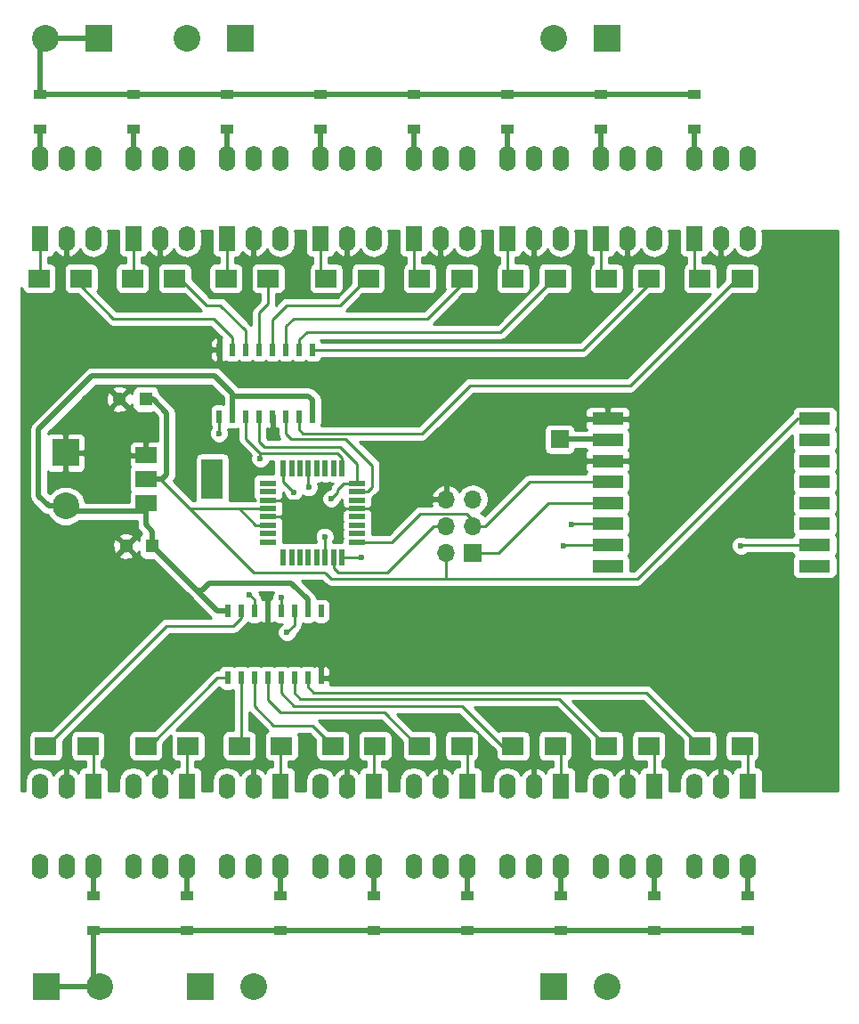
<source format=gtl>
G04 #@! TF.FileFunction,Copper,L1,Top,Signal*
%FSLAX46Y46*%
G04 Gerber Fmt 4.6, Leading zero omitted, Abs format (unit mm)*
G04 Created by KiCad (PCBNEW 4.0.5-e0-6337~49~ubuntu16.04.1) date Tue Jan 17 08:40:45 2017*
%MOMM*%
%LPD*%
G01*
G04 APERTURE LIST*
%ADD10C,0.100000*%
%ADD11R,1.600000X0.550000*%
%ADD12R,0.550000X1.600000*%
%ADD13R,2.540000X2.540000*%
%ADD14C,2.540000*%
%ADD15R,1.700000X1.700000*%
%ADD16O,1.700000X1.700000*%
%ADD17R,2.000000X3.800000*%
%ADD18R,2.000000X1.500000*%
%ADD19R,3.000000X1.200000*%
%ADD20R,0.508000X1.143000*%
%ADD21R,1.300000X1.300000*%
%ADD22C,1.300000*%
%ADD23R,1.200000X0.900000*%
%ADD24R,2.000000X1.700000*%
%ADD25R,1.600000X2.400000*%
%ADD26O,1.600000X2.400000*%
%ADD27C,0.600000*%
%ADD28C,0.250000*%
%ADD29C,0.500000*%
%ADD30C,0.254000*%
G04 APERTURE END LIST*
D10*
D11*
X153120000Y-93135000D03*
X153120000Y-93935000D03*
X153120000Y-94735000D03*
X153120000Y-95535000D03*
X153120000Y-96335000D03*
X153120000Y-97135000D03*
X153120000Y-97935000D03*
X153120000Y-98735000D03*
D12*
X154570000Y-100185000D03*
X155370000Y-100185000D03*
X156170000Y-100185000D03*
X156970000Y-100185000D03*
X157770000Y-100185000D03*
X158570000Y-100185000D03*
X159370000Y-100185000D03*
X160170000Y-100185000D03*
D11*
X161620000Y-98735000D03*
X161620000Y-97935000D03*
X161620000Y-97135000D03*
X161620000Y-96335000D03*
X161620000Y-95535000D03*
X161620000Y-94735000D03*
X161620000Y-93935000D03*
X161620000Y-93135000D03*
D12*
X160170000Y-91685000D03*
X159370000Y-91685000D03*
X158570000Y-91685000D03*
X157770000Y-91685000D03*
X156970000Y-91685000D03*
X156170000Y-91685000D03*
X155370000Y-91685000D03*
X154570000Y-91685000D03*
D13*
X133875000Y-90220000D03*
D14*
X133875000Y-95300000D03*
D15*
X180865000Y-88950000D03*
X172610000Y-99745000D03*
D16*
X170070000Y-99745000D03*
X172610000Y-97205000D03*
X170070000Y-97205000D03*
X172610000Y-94665000D03*
X170070000Y-94665000D03*
D17*
X147820000Y-92760000D03*
D18*
X141520000Y-92760000D03*
X141520000Y-95060000D03*
X141520000Y-90460000D03*
D19*
X205125000Y-101015000D03*
X205125000Y-99015000D03*
X205125000Y-97015000D03*
X205125000Y-95015000D03*
X205125000Y-93015000D03*
X205125000Y-91015000D03*
X205125000Y-89015000D03*
X205125000Y-87015000D03*
X185425000Y-87015000D03*
X185425000Y-89015000D03*
X185425000Y-91015000D03*
X185425000Y-93015000D03*
X185425000Y-95015000D03*
X185425000Y-97015000D03*
X185425000Y-99015000D03*
X185425000Y-101015000D03*
D20*
X157370000Y-86791000D03*
X154830000Y-86791000D03*
X153560000Y-86791000D03*
X152290000Y-86791000D03*
X151020000Y-86791000D03*
X149750000Y-86791000D03*
X148480000Y-86791000D03*
X148480000Y-80441000D03*
X149750000Y-80441000D03*
X151020000Y-80441000D03*
X152290000Y-80441000D03*
X153560000Y-80441000D03*
X154830000Y-80441000D03*
X156100000Y-80441000D03*
X157370000Y-80441000D03*
X156100000Y-86791000D03*
D21*
X142130000Y-99110000D03*
D22*
X139630000Y-99110000D03*
D21*
X141495000Y-85140000D03*
D22*
X138995000Y-85140000D03*
D23*
X131445000Y-59435000D03*
X131445000Y-56135000D03*
X140335000Y-56135000D03*
X140335000Y-59435000D03*
X149225000Y-59435000D03*
X149225000Y-56135000D03*
X158115000Y-56135000D03*
X158115000Y-59435000D03*
X167005000Y-59435000D03*
X167005000Y-56135000D03*
X175895000Y-56135000D03*
X175895000Y-59435000D03*
X184785000Y-59435000D03*
X184785000Y-56135000D03*
X193675000Y-56135000D03*
X193675000Y-59435000D03*
X198755000Y-132335000D03*
X198755000Y-135635000D03*
X189865000Y-135635000D03*
X189865000Y-132335000D03*
X180975000Y-132335000D03*
X180975000Y-135635000D03*
X172085000Y-135635000D03*
X172085000Y-132335000D03*
X163195000Y-132335000D03*
X163195000Y-135635000D03*
X154305000Y-135635000D03*
X154305000Y-132335000D03*
X145415000Y-132335000D03*
X145415000Y-135635000D03*
X136500000Y-135650000D03*
X136500000Y-132350000D03*
D13*
X137050000Y-50850000D03*
D14*
X131970000Y-50850000D03*
D13*
X150495000Y-50800000D03*
D14*
X145415000Y-50800000D03*
D13*
X185420000Y-50800000D03*
D14*
X180340000Y-50800000D03*
D13*
X180340000Y-140970000D03*
D14*
X185420000Y-140970000D03*
D13*
X146685000Y-140970000D03*
D14*
X151765000Y-140970000D03*
D24*
X131350000Y-73660000D03*
X135350000Y-73660000D03*
X140240000Y-73660000D03*
X144240000Y-73660000D03*
X149130000Y-73660000D03*
X153130000Y-73660000D03*
X158655000Y-73660000D03*
X162655000Y-73660000D03*
X167545000Y-73660000D03*
X171545000Y-73660000D03*
X176435000Y-73660000D03*
X180435000Y-73660000D03*
X185325000Y-73660000D03*
X189325000Y-73660000D03*
X194215000Y-73660000D03*
X198215000Y-73660000D03*
X198215000Y-118110000D03*
X194215000Y-118110000D03*
X189325000Y-118110000D03*
X185325000Y-118110000D03*
X180435000Y-118110000D03*
X176435000Y-118110000D03*
X171545000Y-118110000D03*
X167545000Y-118110000D03*
X163290000Y-118110000D03*
X159290000Y-118110000D03*
X154400000Y-118110000D03*
X150400000Y-118110000D03*
X145510000Y-118110000D03*
X141510000Y-118110000D03*
X135985000Y-118110000D03*
X131985000Y-118110000D03*
D20*
X149285000Y-105285000D03*
X151825000Y-105285000D03*
X153095000Y-105285000D03*
X154365000Y-105285000D03*
X155635000Y-105285000D03*
X156905000Y-105285000D03*
X158175000Y-105285000D03*
X158175000Y-111635000D03*
X156905000Y-111635000D03*
X155635000Y-111635000D03*
X154365000Y-111635000D03*
X153095000Y-111635000D03*
X151825000Y-111635000D03*
X150555000Y-111635000D03*
X149285000Y-111635000D03*
X150555000Y-105285000D03*
D25*
X131445000Y-69850000D03*
D26*
X136525000Y-62230000D03*
X133985000Y-69850000D03*
X133985000Y-62230000D03*
X136525000Y-69850000D03*
X131445000Y-62230000D03*
D25*
X140335000Y-69850000D03*
D26*
X145415000Y-62230000D03*
X142875000Y-69850000D03*
X142875000Y-62230000D03*
X145415000Y-69850000D03*
X140335000Y-62230000D03*
D25*
X149225000Y-69850000D03*
D26*
X154305000Y-62230000D03*
X151765000Y-69850000D03*
X151765000Y-62230000D03*
X154305000Y-69850000D03*
X149225000Y-62230000D03*
D25*
X158115000Y-69850000D03*
D26*
X163195000Y-62230000D03*
X160655000Y-69850000D03*
X160655000Y-62230000D03*
X163195000Y-69850000D03*
X158115000Y-62230000D03*
D25*
X167005000Y-69850000D03*
D26*
X172085000Y-62230000D03*
X169545000Y-69850000D03*
X169545000Y-62230000D03*
X172085000Y-69850000D03*
X167005000Y-62230000D03*
D25*
X175895000Y-69850000D03*
D26*
X180975000Y-62230000D03*
X178435000Y-69850000D03*
X178435000Y-62230000D03*
X180975000Y-69850000D03*
X175895000Y-62230000D03*
D25*
X184785000Y-69850000D03*
D26*
X189865000Y-62230000D03*
X187325000Y-69850000D03*
X187325000Y-62230000D03*
X189865000Y-69850000D03*
X184785000Y-62230000D03*
D25*
X193675000Y-69850000D03*
D26*
X198755000Y-62230000D03*
X196215000Y-69850000D03*
X196215000Y-62230000D03*
X198755000Y-69850000D03*
X193675000Y-62230000D03*
D25*
X198755000Y-121920000D03*
D26*
X193675000Y-129540000D03*
X196215000Y-121920000D03*
X196215000Y-129540000D03*
X193675000Y-121920000D03*
X198755000Y-129540000D03*
D25*
X189865000Y-121920000D03*
D26*
X184785000Y-129540000D03*
X187325000Y-121920000D03*
X187325000Y-129540000D03*
X184785000Y-121920000D03*
X189865000Y-129540000D03*
D25*
X180975000Y-121920000D03*
D26*
X175895000Y-129540000D03*
X178435000Y-121920000D03*
X178435000Y-129540000D03*
X175895000Y-121920000D03*
X180975000Y-129540000D03*
D25*
X172085000Y-121920000D03*
D26*
X167005000Y-129540000D03*
X169545000Y-121920000D03*
X169545000Y-129540000D03*
X167005000Y-121920000D03*
X172085000Y-129540000D03*
D25*
X163195000Y-121920000D03*
D26*
X158115000Y-129540000D03*
X160655000Y-121920000D03*
X160655000Y-129540000D03*
X158115000Y-121920000D03*
X163195000Y-129540000D03*
D25*
X154305000Y-121920000D03*
D26*
X149225000Y-129540000D03*
X151765000Y-121920000D03*
X151765000Y-129540000D03*
X149225000Y-121920000D03*
X154305000Y-129540000D03*
D25*
X145415000Y-121920000D03*
D26*
X140335000Y-129540000D03*
X142875000Y-121920000D03*
X142875000Y-129540000D03*
X140335000Y-121920000D03*
X145415000Y-129540000D03*
D25*
X136525000Y-121920000D03*
D26*
X131445000Y-129540000D03*
X133985000Y-121920000D03*
X133985000Y-129540000D03*
X131445000Y-121920000D03*
X136525000Y-129540000D03*
D13*
X132080000Y-140970000D03*
D14*
X137160000Y-140970000D03*
D27*
X153500000Y-88500000D03*
X147066000Y-109093000D03*
X158513000Y-98221000D03*
X181246000Y-99110000D03*
X182008000Y-97078000D03*
X162052000Y-100203000D03*
X152400000Y-90805000D03*
X154940000Y-107315000D03*
X159131000Y-94615000D03*
X154432000Y-104013000D03*
X156989000Y-93522000D03*
X198120000Y-99060000D03*
X155575000Y-93980000D03*
X148463000Y-88392000D03*
X151384000Y-103759000D03*
D28*
X153560000Y-86791000D02*
X153560000Y-88440000D01*
X153560000Y-88440000D02*
X153500000Y-88500000D01*
X148844000Y-109855000D02*
X147828000Y-109855000D01*
X147828000Y-109855000D02*
X147066000Y-109093000D01*
X158175000Y-111635000D02*
X158175000Y-110550000D01*
X157480000Y-109855000D02*
X148844000Y-109855000D01*
X158175000Y-110550000D02*
X157480000Y-109855000D01*
X161620000Y-95535000D02*
X164120000Y-95535000D01*
X164990000Y-94665000D02*
X170070000Y-94665000D01*
X164120000Y-95535000D02*
X164990000Y-94665000D01*
X153120000Y-96335000D02*
X156335000Y-96335000D01*
X156335000Y-96335000D02*
X157135000Y-95535000D01*
X161620000Y-95535000D02*
X157135000Y-95535000D01*
X157135000Y-95535000D02*
X156970000Y-95535000D01*
X156170000Y-94735000D02*
X153120000Y-94735000D01*
X156970000Y-95535000D02*
X156170000Y-94735000D01*
X170070000Y-99745000D02*
X170070000Y-102235000D01*
X170070000Y-102235000D02*
X170053000Y-102235000D01*
X205125000Y-87015000D02*
X203474000Y-87015000D01*
X159131000Y-102235000D02*
X158623000Y-101727000D01*
X188254000Y-102235000D02*
X170053000Y-102235000D01*
X170053000Y-102235000D02*
X159131000Y-102235000D01*
X203474000Y-87015000D02*
X188254000Y-102235000D01*
X158496000Y-101600000D02*
X151732000Y-101600000D01*
X142892000Y-92760000D02*
X151401000Y-101269000D01*
X151732000Y-101600000D02*
X151401000Y-101269000D01*
X158623000Y-101727000D02*
X158496000Y-101600000D01*
D29*
X141495000Y-85140000D02*
X142163000Y-85140000D01*
X143079000Y-92760000D02*
X141520000Y-92760000D01*
X143510000Y-92329000D02*
X143079000Y-92760000D01*
X143510000Y-86487000D02*
X143510000Y-92329000D01*
X142163000Y-85140000D02*
X143510000Y-86487000D01*
D28*
X153120000Y-97135000D02*
X151966000Y-97135000D01*
X151966000Y-97135000D02*
X150385000Y-95554000D01*
X141520000Y-92760000D02*
X142892000Y-92760000D01*
X142892000Y-92760000D02*
X145686000Y-95554000D01*
X145686000Y-95554000D02*
X150385000Y-95554000D01*
X150385000Y-95554000D02*
X153101000Y-95554000D01*
X153101000Y-95554000D02*
X153120000Y-95535000D01*
X158570000Y-100185000D02*
X158570000Y-98278000D01*
X158570000Y-98278000D02*
X158513000Y-98221000D01*
X181341000Y-99015000D02*
X185425000Y-99015000D01*
X181246000Y-99110000D02*
X181341000Y-99015000D01*
X159370000Y-100185000D02*
X159370000Y-101237000D01*
X164449700Y-101650000D02*
X164789400Y-101310300D01*
X159783000Y-101650000D02*
X164449700Y-101650000D01*
X159370000Y-101237000D02*
X159783000Y-101650000D01*
X185425000Y-97015000D02*
X182071000Y-97015000D01*
X182071000Y-97015000D02*
X182008000Y-97078000D01*
X168894700Y-97205000D02*
X164789400Y-101310300D01*
X170070000Y-97205000D02*
X168894700Y-97205000D01*
X160170000Y-100185000D02*
X162034000Y-100185000D01*
X162034000Y-100185000D02*
X162052000Y-100203000D01*
X172610000Y-99745000D02*
X175023000Y-99745000D01*
X179753000Y-95015000D02*
X185425000Y-95015000D01*
X175023000Y-99745000D02*
X179753000Y-95015000D01*
X161620000Y-98735000D02*
X164917000Y-98735000D01*
X164917000Y-98735000D02*
X167637600Y-96014400D01*
X177975300Y-93015000D02*
X173785300Y-97205000D01*
X185425000Y-93015000D02*
X177975300Y-93015000D01*
X172610000Y-97205000D02*
X173197700Y-97205000D01*
X173197700Y-97205000D02*
X173785300Y-97205000D01*
X172007100Y-96014400D02*
X167637600Y-96014400D01*
X173197700Y-97205000D02*
X172007100Y-96014400D01*
X151020000Y-87503000D02*
X151020000Y-88917000D01*
X151020000Y-88917000D02*
X152400000Y-90297000D01*
X152400000Y-90297000D02*
X159766000Y-90297000D01*
X160170000Y-91685000D02*
X160170000Y-90701000D01*
X159766000Y-90297000D02*
X160170000Y-90701000D01*
X155635000Y-105285000D02*
X155635000Y-106620000D01*
X152400000Y-90805000D02*
X152400000Y-90297000D01*
X155635000Y-106620000D02*
X154940000Y-107315000D01*
X151020000Y-87503000D02*
X151020000Y-86791000D01*
X160357000Y-93135000D02*
X161620000Y-93135000D01*
X159766000Y-93726000D02*
X160357000Y-93135000D01*
X159766000Y-93980000D02*
X159766000Y-93726000D01*
X159131000Y-94615000D02*
X159766000Y-93980000D01*
X154365000Y-105285000D02*
X154365000Y-104080000D01*
X154365000Y-104080000D02*
X154432000Y-104013000D01*
X152290000Y-86791000D02*
X152290000Y-89171000D01*
X161620000Y-91262000D02*
X161620000Y-93135000D01*
X160020000Y-89662000D02*
X161620000Y-91262000D01*
X152290000Y-89171000D02*
X152781000Y-89662000D01*
X152781000Y-89662000D02*
X160020000Y-89662000D01*
X154830000Y-86791000D02*
X154830000Y-88409000D01*
X155321000Y-88900000D02*
X160528000Y-88900000D01*
X154830000Y-88409000D02*
X155321000Y-88900000D01*
X160528000Y-88900000D02*
X163068000Y-91440000D01*
X161620000Y-93935000D02*
X162605000Y-93935000D01*
X162605000Y-93935000D02*
X163068000Y-93472000D01*
X163068000Y-93472000D02*
X163068000Y-91440000D01*
X156970000Y-93503000D02*
X156970000Y-91685000D01*
X156989000Y-93522000D02*
X156970000Y-93503000D01*
X156989000Y-91666000D02*
X156970000Y-91685000D01*
X154570000Y-91685000D02*
X154570000Y-92975000D01*
X198165000Y-99015000D02*
X205125000Y-99015000D01*
X198120000Y-99060000D02*
X198165000Y-99015000D01*
X154570000Y-92975000D02*
X155575000Y-93980000D01*
D29*
X156905000Y-105285000D02*
X156905000Y-104200000D01*
X156905000Y-104200000D02*
X155321000Y-102616000D01*
X146351000Y-103331000D02*
X146859000Y-103331000D01*
X146859000Y-103331000D02*
X147574000Y-102616000D01*
X147574000Y-102616000D02*
X155321000Y-102616000D01*
X157370000Y-86791000D02*
X157370000Y-85234000D01*
X156972000Y-84836000D02*
X149750000Y-84836000D01*
X157370000Y-85234000D02*
X156972000Y-84836000D01*
X149285000Y-105285000D02*
X148305000Y-105285000D01*
X148305000Y-105285000D02*
X146351000Y-103331000D01*
X146351000Y-103331000D02*
X142130000Y-99110000D01*
X133875000Y-95300000D02*
X132257000Y-95300000D01*
X132257000Y-95300000D02*
X131318000Y-94361000D01*
X131318000Y-94361000D02*
X131318000Y-88011000D01*
X131318000Y-88011000D02*
X136398000Y-82931000D01*
X136398000Y-82931000D02*
X148082000Y-82931000D01*
X148082000Y-82931000D02*
X149750000Y-84599000D01*
X149750000Y-84599000D02*
X149750000Y-84836000D01*
X149750000Y-84836000D02*
X149750000Y-86791000D01*
X141520000Y-95060000D02*
X141520000Y-95810100D01*
X142130000Y-99110000D02*
X142130000Y-97709700D01*
X142130000Y-97709700D02*
X141520000Y-97099700D01*
X141520000Y-97099700D02*
X141520000Y-95810100D01*
X134385100Y-95810100D02*
X133875000Y-95300000D01*
X141520000Y-95810100D02*
X134385100Y-95810100D01*
X180865000Y-88950000D02*
X185360000Y-88950000D01*
X185360000Y-88950000D02*
X185425000Y-89015000D01*
X131445000Y-59435000D02*
X131445000Y-62230000D01*
X136500000Y-135650000D02*
X198740000Y-135650000D01*
X198740000Y-135650000D02*
X198755000Y-135635000D01*
X136500000Y-135650000D02*
X136500000Y-140310000D01*
X136500000Y-140310000D02*
X137160000Y-140970000D01*
X132080000Y-140970000D02*
X137160000Y-140970000D01*
X131445000Y-56135000D02*
X193675000Y-56135000D01*
X137050000Y-50850000D02*
X131970000Y-50850000D01*
X131970000Y-50850000D02*
X131445000Y-51375000D01*
X131445000Y-51375000D02*
X131445000Y-56135000D01*
D28*
X131445000Y-56135000D02*
X131445000Y-51375000D01*
X131445000Y-51375000D02*
X131970000Y-50850000D01*
X158115000Y-56135000D02*
X167005000Y-56135000D01*
X167005000Y-56135000D02*
X175895000Y-56135000D01*
X175895000Y-56135000D02*
X184785000Y-56135000D01*
X184785000Y-56135000D02*
X193675000Y-56135000D01*
X131445000Y-56135000D02*
X140335000Y-56135000D01*
X140335000Y-56135000D02*
X149225000Y-56135000D01*
X149225000Y-56135000D02*
X158115000Y-56135000D01*
X136500000Y-135650000D02*
X137160000Y-135650000D01*
X137160000Y-135650000D02*
X145400000Y-135650000D01*
X145400000Y-135650000D02*
X145415000Y-135635000D01*
X189865000Y-135635000D02*
X198755000Y-135635000D01*
X180975000Y-135635000D02*
X189865000Y-135635000D01*
X172085000Y-135635000D02*
X180975000Y-135635000D01*
X163195000Y-135635000D02*
X172085000Y-135635000D01*
X154305000Y-135635000D02*
X163195000Y-135635000D01*
X145415000Y-135635000D02*
X154305000Y-135635000D01*
D29*
X140335000Y-59435000D02*
X140335000Y-62230000D01*
X149225000Y-59435000D02*
X149225000Y-62230000D01*
X158115000Y-59435000D02*
X158115000Y-62230000D01*
X167005000Y-59435000D02*
X167005000Y-62230000D01*
X175895000Y-59435000D02*
X175895000Y-62230000D01*
X184785000Y-59435000D02*
X184785000Y-62230000D01*
X193675000Y-59435000D02*
X193675000Y-62230000D01*
X198755000Y-132335000D02*
X198755000Y-129540000D01*
X189865000Y-129540000D02*
X189865000Y-132335000D01*
X180975000Y-129540000D02*
X180975000Y-132335000D01*
X172085000Y-129540000D02*
X172085000Y-132335000D01*
X163195000Y-129540000D02*
X163195000Y-132335000D01*
X154305000Y-129540000D02*
X154305000Y-132335000D01*
X145415000Y-129540000D02*
X145415000Y-132335000D01*
X136525000Y-129540000D02*
X136525000Y-132325000D01*
X136525000Y-132325000D02*
X136500000Y-132350000D01*
D28*
X136500000Y-132350000D02*
X136500000Y-129565000D01*
X136500000Y-129565000D02*
X136525000Y-129540000D01*
X131445000Y-69850000D02*
X131445000Y-73565000D01*
X131445000Y-73565000D02*
X131350000Y-73660000D01*
X135350000Y-73660000D02*
X135350000Y-74390000D01*
X135350000Y-74390000D02*
X138430000Y-77470000D01*
X149750000Y-80441000D02*
X149750000Y-79265000D01*
X147955000Y-77470000D02*
X138430000Y-77470000D01*
X149750000Y-79265000D02*
X147955000Y-77470000D01*
X140335000Y-69850000D02*
X140335000Y-73565000D01*
X140335000Y-73565000D02*
X140240000Y-73660000D01*
X144240000Y-73660000D02*
X144780000Y-73660000D01*
X144780000Y-73660000D02*
X147320000Y-76200000D01*
X151020000Y-80441000D02*
X151020000Y-78630000D01*
X148590000Y-76200000D02*
X147320000Y-76200000D01*
X151020000Y-78630000D02*
X148590000Y-76200000D01*
X149225000Y-69850000D02*
X149225000Y-73565000D01*
X149225000Y-73565000D02*
X149130000Y-73660000D01*
X158115000Y-69850000D02*
X158115000Y-73120000D01*
X158115000Y-73120000D02*
X158655000Y-73660000D01*
X167005000Y-69850000D02*
X167005000Y-73120000D01*
X167005000Y-73120000D02*
X167545000Y-73660000D01*
X175895000Y-69850000D02*
X175895000Y-73120000D01*
X175895000Y-73120000D02*
X176435000Y-73660000D01*
X184785000Y-69850000D02*
X184785000Y-73120000D01*
X184785000Y-73120000D02*
X185325000Y-73660000D01*
X193675000Y-69850000D02*
X193675000Y-73120000D01*
X193675000Y-73120000D02*
X194215000Y-73660000D01*
X198755000Y-121920000D02*
X198755000Y-118650000D01*
X198755000Y-118650000D02*
X198215000Y-118110000D01*
X189865000Y-121920000D02*
X189865000Y-118650000D01*
X189865000Y-118650000D02*
X189325000Y-118110000D01*
X180975000Y-121920000D02*
X180975000Y-118650000D01*
X180975000Y-118650000D02*
X180435000Y-118110000D01*
X172085000Y-121920000D02*
X172085000Y-118650000D01*
X172085000Y-118650000D02*
X171545000Y-118110000D01*
X163195000Y-121920000D02*
X163195000Y-118205000D01*
X163195000Y-118205000D02*
X163290000Y-118110000D01*
X154305000Y-121920000D02*
X154305000Y-118205000D01*
X154305000Y-118205000D02*
X154400000Y-118110000D01*
X145415000Y-121920000D02*
X145415000Y-118205000D01*
X145415000Y-118205000D02*
X145510000Y-118110000D01*
X136525000Y-121920000D02*
X136525000Y-118650000D01*
X136525000Y-118650000D02*
X135985000Y-118110000D01*
X148480000Y-86791000D02*
X148480000Y-88375000D01*
X148480000Y-88375000D02*
X148463000Y-88392000D01*
X151825000Y-105285000D02*
X151825000Y-104200000D01*
X151825000Y-104200000D02*
X151384000Y-103759000D01*
X151765000Y-105225000D02*
X151825000Y-105285000D01*
X153130000Y-73660000D02*
X153130000Y-76105000D01*
X152290000Y-76945000D02*
X152290000Y-80441000D01*
X153130000Y-76105000D02*
X152290000Y-76945000D01*
X153560000Y-80441000D02*
X153560000Y-77580000D01*
X153560000Y-77580000D02*
X154940000Y-76200000D01*
X153670000Y-80331000D02*
X153560000Y-80441000D01*
X160020000Y-76200000D02*
X154940000Y-76200000D01*
X162560000Y-73660000D02*
X160020000Y-76200000D01*
X162655000Y-73660000D02*
X162560000Y-73660000D01*
X171545000Y-73660000D02*
X171545000Y-74200000D01*
X171545000Y-74200000D02*
X168275000Y-77470000D01*
X154830000Y-80441000D02*
X154830000Y-78215000D01*
X155575000Y-77470000D02*
X168275000Y-77470000D01*
X154830000Y-78215000D02*
X155575000Y-77470000D01*
X180435000Y-73660000D02*
X180340000Y-73660000D01*
X180340000Y-73660000D02*
X175260000Y-78740000D01*
X156100000Y-80441000D02*
X156100000Y-79485000D01*
X156845000Y-78740000D02*
X175260000Y-78740000D01*
X156100000Y-79485000D02*
X156845000Y-78740000D01*
X189325000Y-73660000D02*
X189325000Y-74200000D01*
X189325000Y-74200000D02*
X183084000Y-80441000D01*
X183084000Y-80441000D02*
X157370000Y-80441000D01*
X198215000Y-73660000D02*
X197739000Y-73660000D01*
X197739000Y-73660000D02*
X187579000Y-83820000D01*
X156100000Y-86791000D02*
X156100000Y-88028000D01*
X167767000Y-88392000D02*
X172339000Y-83820000D01*
X156464000Y-88392000D02*
X167767000Y-88392000D01*
X156100000Y-88028000D02*
X156464000Y-88392000D01*
X172339000Y-83820000D02*
X187579000Y-83820000D01*
X194215000Y-118110000D02*
X194183000Y-118110000D01*
X194183000Y-118110000D02*
X189103000Y-113030000D01*
X156905000Y-111635000D02*
X156905000Y-112455000D01*
X157480000Y-113030000D02*
X189103000Y-113030000D01*
X156905000Y-112455000D02*
X157480000Y-113030000D01*
X185325000Y-118110000D02*
X185293000Y-118110000D01*
X185293000Y-118110000D02*
X180848000Y-113665000D01*
X180848000Y-113665000D02*
X156210000Y-113665000D01*
X155635000Y-111635000D02*
X155635000Y-113090000D01*
X155635000Y-113090000D02*
X156210000Y-113665000D01*
X176435000Y-118110000D02*
X175387000Y-118110000D01*
X175387000Y-118110000D02*
X171577000Y-114300000D01*
X154365000Y-113030000D02*
X154365000Y-113090000D01*
X154365000Y-111635000D02*
X154365000Y-113030000D01*
X154365000Y-113090000D02*
X155575000Y-114300000D01*
X155575000Y-114300000D02*
X171577000Y-114300000D01*
X167545000Y-118110000D02*
X167386000Y-118110000D01*
X167386000Y-118110000D02*
X164211000Y-114935000D01*
X164211000Y-114935000D02*
X154305000Y-114935000D01*
X153095000Y-111635000D02*
X153095000Y-113725000D01*
X153095000Y-113725000D02*
X154305000Y-114935000D01*
X157385000Y-116205000D02*
X159290000Y-118110000D01*
X153670000Y-116205000D02*
X157385000Y-116205000D01*
X151825000Y-111635000D02*
X151825000Y-114360000D01*
X151825000Y-114360000D02*
X153670000Y-116205000D01*
X150555000Y-111635000D02*
X150555000Y-117955000D01*
X150555000Y-117955000D02*
X150400000Y-118110000D01*
X141510000Y-118110000D02*
X141859000Y-118110000D01*
X141859000Y-118110000D02*
X148334000Y-111635000D01*
X149285000Y-111635000D02*
X148334000Y-111635000D01*
X131985000Y-118110000D02*
X132080000Y-118110000D01*
X132080000Y-118110000D02*
X136144000Y-114046000D01*
X143510000Y-106680000D02*
X147955000Y-106680000D01*
X136144000Y-114046000D02*
X143510000Y-106680000D01*
X149479000Y-106680000D02*
X147955000Y-106680000D01*
X150555000Y-105985000D02*
X150555000Y-105285000D01*
X149860000Y-106680000D02*
X150555000Y-105985000D01*
X149479000Y-106680000D02*
X149860000Y-106680000D01*
D30*
G36*
X138887560Y-71050000D02*
X138931838Y-71285317D01*
X139070910Y-71501441D01*
X139283110Y-71646431D01*
X139535000Y-71697440D01*
X139575000Y-71697440D01*
X139575000Y-72162560D01*
X139240000Y-72162560D01*
X139004683Y-72206838D01*
X138788559Y-72345910D01*
X138643569Y-72558110D01*
X138592560Y-72810000D01*
X138592560Y-74510000D01*
X138636838Y-74745317D01*
X138775910Y-74961441D01*
X138988110Y-75106431D01*
X139240000Y-75157440D01*
X141240000Y-75157440D01*
X141475317Y-75113162D01*
X141691441Y-74974090D01*
X141836431Y-74761890D01*
X141887440Y-74510000D01*
X141887440Y-72810000D01*
X141843162Y-72574683D01*
X141704090Y-72358559D01*
X141491890Y-72213569D01*
X141240000Y-72162560D01*
X141095000Y-72162560D01*
X141095000Y-71697440D01*
X141135000Y-71697440D01*
X141370317Y-71653162D01*
X141586441Y-71514090D01*
X141731431Y-71301890D01*
X141766906Y-71126709D01*
X141950104Y-71354500D01*
X142443181Y-71624367D01*
X142525961Y-71641904D01*
X142748000Y-71519915D01*
X142748000Y-69977000D01*
X142728000Y-69977000D01*
X142728000Y-69723000D01*
X142748000Y-69723000D01*
X142748000Y-69703000D01*
X143002000Y-69703000D01*
X143002000Y-69723000D01*
X143022000Y-69723000D01*
X143022000Y-69977000D01*
X143002000Y-69977000D01*
X143002000Y-71519915D01*
X143224039Y-71641904D01*
X143306819Y-71624367D01*
X143799896Y-71354500D01*
X144147493Y-70922293D01*
X144400302Y-71300648D01*
X144865849Y-71611717D01*
X145415000Y-71720950D01*
X145964151Y-71611717D01*
X146429698Y-71300648D01*
X146740767Y-70835101D01*
X146850000Y-70285950D01*
X146850000Y-69414050D01*
X146792902Y-69127000D01*
X147777560Y-69127000D01*
X147777560Y-71050000D01*
X147821838Y-71285317D01*
X147960910Y-71501441D01*
X148173110Y-71646431D01*
X148425000Y-71697440D01*
X148465000Y-71697440D01*
X148465000Y-72162560D01*
X148130000Y-72162560D01*
X147894683Y-72206838D01*
X147678559Y-72345910D01*
X147533569Y-72558110D01*
X147482560Y-72810000D01*
X147482560Y-74510000D01*
X147526838Y-74745317D01*
X147665910Y-74961441D01*
X147878110Y-75106431D01*
X148130000Y-75157440D01*
X150130000Y-75157440D01*
X150365317Y-75113162D01*
X150581441Y-74974090D01*
X150726431Y-74761890D01*
X150777440Y-74510000D01*
X150777440Y-72810000D01*
X150733162Y-72574683D01*
X150594090Y-72358559D01*
X150381890Y-72213569D01*
X150130000Y-72162560D01*
X149985000Y-72162560D01*
X149985000Y-71697440D01*
X150025000Y-71697440D01*
X150260317Y-71653162D01*
X150476441Y-71514090D01*
X150621431Y-71301890D01*
X150656906Y-71126709D01*
X150840104Y-71354500D01*
X151333181Y-71624367D01*
X151415961Y-71641904D01*
X151638000Y-71519915D01*
X151638000Y-69977000D01*
X151618000Y-69977000D01*
X151618000Y-69723000D01*
X151638000Y-69723000D01*
X151638000Y-69703000D01*
X151892000Y-69703000D01*
X151892000Y-69723000D01*
X151912000Y-69723000D01*
X151912000Y-69977000D01*
X151892000Y-69977000D01*
X151892000Y-71519915D01*
X152114039Y-71641904D01*
X152196819Y-71624367D01*
X152689896Y-71354500D01*
X153037493Y-70922293D01*
X153290302Y-71300648D01*
X153755849Y-71611717D01*
X154305000Y-71720950D01*
X154854151Y-71611717D01*
X155319698Y-71300648D01*
X155630767Y-70835101D01*
X155740000Y-70285950D01*
X155740000Y-69414050D01*
X155682902Y-69127000D01*
X156667560Y-69127000D01*
X156667560Y-71050000D01*
X156711838Y-71285317D01*
X156850910Y-71501441D01*
X157063110Y-71646431D01*
X157315000Y-71697440D01*
X157355000Y-71697440D01*
X157355000Y-72248460D01*
X157203559Y-72345910D01*
X157058569Y-72558110D01*
X157007560Y-72810000D01*
X157007560Y-74510000D01*
X157051838Y-74745317D01*
X157190910Y-74961441D01*
X157403110Y-75106431D01*
X157655000Y-75157440D01*
X159655000Y-75157440D01*
X159890317Y-75113162D01*
X160106441Y-74974090D01*
X160251431Y-74761890D01*
X160302440Y-74510000D01*
X160302440Y-72810000D01*
X160258162Y-72574683D01*
X160119090Y-72358559D01*
X159906890Y-72213569D01*
X159655000Y-72162560D01*
X158875000Y-72162560D01*
X158875000Y-71697440D01*
X158915000Y-71697440D01*
X159150317Y-71653162D01*
X159366441Y-71514090D01*
X159511431Y-71301890D01*
X159546906Y-71126709D01*
X159730104Y-71354500D01*
X160223181Y-71624367D01*
X160305961Y-71641904D01*
X160528000Y-71519915D01*
X160528000Y-69977000D01*
X160508000Y-69977000D01*
X160508000Y-69723000D01*
X160528000Y-69723000D01*
X160528000Y-69703000D01*
X160782000Y-69703000D01*
X160782000Y-69723000D01*
X160802000Y-69723000D01*
X160802000Y-69977000D01*
X160782000Y-69977000D01*
X160782000Y-71519915D01*
X161004039Y-71641904D01*
X161086819Y-71624367D01*
X161579896Y-71354500D01*
X161927493Y-70922293D01*
X162180302Y-71300648D01*
X162645849Y-71611717D01*
X163195000Y-71720950D01*
X163744151Y-71611717D01*
X164209698Y-71300648D01*
X164520767Y-70835101D01*
X164630000Y-70285950D01*
X164630000Y-69414050D01*
X164572902Y-69127000D01*
X165557560Y-69127000D01*
X165557560Y-71050000D01*
X165601838Y-71285317D01*
X165740910Y-71501441D01*
X165953110Y-71646431D01*
X166205000Y-71697440D01*
X166245000Y-71697440D01*
X166245000Y-72248460D01*
X166093559Y-72345910D01*
X165948569Y-72558110D01*
X165897560Y-72810000D01*
X165897560Y-74510000D01*
X165941838Y-74745317D01*
X166080910Y-74961441D01*
X166293110Y-75106431D01*
X166545000Y-75157440D01*
X168545000Y-75157440D01*
X168780317Y-75113162D01*
X168996441Y-74974090D01*
X169141431Y-74761890D01*
X169192440Y-74510000D01*
X169192440Y-72810000D01*
X169148162Y-72574683D01*
X169009090Y-72358559D01*
X168796890Y-72213569D01*
X168545000Y-72162560D01*
X167765000Y-72162560D01*
X167765000Y-71697440D01*
X167805000Y-71697440D01*
X168040317Y-71653162D01*
X168256441Y-71514090D01*
X168401431Y-71301890D01*
X168436906Y-71126709D01*
X168620104Y-71354500D01*
X169113181Y-71624367D01*
X169195961Y-71641904D01*
X169418000Y-71519915D01*
X169418000Y-69977000D01*
X169398000Y-69977000D01*
X169398000Y-69723000D01*
X169418000Y-69723000D01*
X169418000Y-69703000D01*
X169672000Y-69703000D01*
X169672000Y-69723000D01*
X169692000Y-69723000D01*
X169692000Y-69977000D01*
X169672000Y-69977000D01*
X169672000Y-71519915D01*
X169894039Y-71641904D01*
X169976819Y-71624367D01*
X170469896Y-71354500D01*
X170817493Y-70922293D01*
X171070302Y-71300648D01*
X171535849Y-71611717D01*
X172085000Y-71720950D01*
X172634151Y-71611717D01*
X173099698Y-71300648D01*
X173410767Y-70835101D01*
X173520000Y-70285950D01*
X173520000Y-69414050D01*
X173462902Y-69127000D01*
X174447560Y-69127000D01*
X174447560Y-71050000D01*
X174491838Y-71285317D01*
X174630910Y-71501441D01*
X174843110Y-71646431D01*
X175095000Y-71697440D01*
X175135000Y-71697440D01*
X175135000Y-72248460D01*
X174983559Y-72345910D01*
X174838569Y-72558110D01*
X174787560Y-72810000D01*
X174787560Y-74510000D01*
X174831838Y-74745317D01*
X174970910Y-74961441D01*
X175183110Y-75106431D01*
X175435000Y-75157440D01*
X177435000Y-75157440D01*
X177670317Y-75113162D01*
X177886441Y-74974090D01*
X178031431Y-74761890D01*
X178082440Y-74510000D01*
X178082440Y-72810000D01*
X178038162Y-72574683D01*
X177899090Y-72358559D01*
X177686890Y-72213569D01*
X177435000Y-72162560D01*
X176655000Y-72162560D01*
X176655000Y-71697440D01*
X176695000Y-71697440D01*
X176930317Y-71653162D01*
X177146441Y-71514090D01*
X177291431Y-71301890D01*
X177326906Y-71126709D01*
X177510104Y-71354500D01*
X178003181Y-71624367D01*
X178085961Y-71641904D01*
X178308000Y-71519915D01*
X178308000Y-69977000D01*
X178288000Y-69977000D01*
X178288000Y-69723000D01*
X178308000Y-69723000D01*
X178308000Y-69703000D01*
X178562000Y-69703000D01*
X178562000Y-69723000D01*
X178582000Y-69723000D01*
X178582000Y-69977000D01*
X178562000Y-69977000D01*
X178562000Y-71519915D01*
X178784039Y-71641904D01*
X178866819Y-71624367D01*
X179359896Y-71354500D01*
X179707493Y-70922293D01*
X179960302Y-71300648D01*
X180425849Y-71611717D01*
X180975000Y-71720950D01*
X181524151Y-71611717D01*
X181989698Y-71300648D01*
X182300767Y-70835101D01*
X182410000Y-70285950D01*
X182410000Y-69414050D01*
X182352902Y-69127000D01*
X183337560Y-69127000D01*
X183337560Y-71050000D01*
X183381838Y-71285317D01*
X183520910Y-71501441D01*
X183733110Y-71646431D01*
X183985000Y-71697440D01*
X184025000Y-71697440D01*
X184025000Y-72248460D01*
X183873559Y-72345910D01*
X183728569Y-72558110D01*
X183677560Y-72810000D01*
X183677560Y-74510000D01*
X183721838Y-74745317D01*
X183860910Y-74961441D01*
X184073110Y-75106431D01*
X184325000Y-75157440D01*
X186325000Y-75157440D01*
X186560317Y-75113162D01*
X186776441Y-74974090D01*
X186921431Y-74761890D01*
X186972440Y-74510000D01*
X186972440Y-72810000D01*
X186928162Y-72574683D01*
X186789090Y-72358559D01*
X186576890Y-72213569D01*
X186325000Y-72162560D01*
X185545000Y-72162560D01*
X185545000Y-71697440D01*
X185585000Y-71697440D01*
X185820317Y-71653162D01*
X186036441Y-71514090D01*
X186181431Y-71301890D01*
X186216906Y-71126709D01*
X186400104Y-71354500D01*
X186893181Y-71624367D01*
X186975961Y-71641904D01*
X187198000Y-71519915D01*
X187198000Y-69977000D01*
X187178000Y-69977000D01*
X187178000Y-69723000D01*
X187198000Y-69723000D01*
X187198000Y-69703000D01*
X187452000Y-69703000D01*
X187452000Y-69723000D01*
X187472000Y-69723000D01*
X187472000Y-69977000D01*
X187452000Y-69977000D01*
X187452000Y-71519915D01*
X187674039Y-71641904D01*
X187756819Y-71624367D01*
X188249896Y-71354500D01*
X188597493Y-70922293D01*
X188850302Y-71300648D01*
X189315849Y-71611717D01*
X189865000Y-71720950D01*
X190414151Y-71611717D01*
X190879698Y-71300648D01*
X191190767Y-70835101D01*
X191300000Y-70285950D01*
X191300000Y-69414050D01*
X191242902Y-69127000D01*
X192227560Y-69127000D01*
X192227560Y-71050000D01*
X192271838Y-71285317D01*
X192410910Y-71501441D01*
X192623110Y-71646431D01*
X192875000Y-71697440D01*
X192915000Y-71697440D01*
X192915000Y-72248460D01*
X192763559Y-72345910D01*
X192618569Y-72558110D01*
X192567560Y-72810000D01*
X192567560Y-74510000D01*
X192611838Y-74745317D01*
X192750910Y-74961441D01*
X192963110Y-75106431D01*
X193215000Y-75157440D01*
X195166758Y-75157440D01*
X187264198Y-83060000D01*
X172339000Y-83060000D01*
X172096414Y-83108254D01*
X172048160Y-83117852D01*
X171801599Y-83282599D01*
X167452198Y-87632000D01*
X158208399Y-87632000D01*
X158220431Y-87614390D01*
X158271440Y-87362500D01*
X158271440Y-86219500D01*
X158255000Y-86132129D01*
X158255000Y-85234005D01*
X158255001Y-85234000D01*
X158187633Y-84895326D01*
X158187633Y-84895325D01*
X157995790Y-84608210D01*
X157995787Y-84608208D01*
X157597790Y-84210210D01*
X157449071Y-84110840D01*
X157310675Y-84018367D01*
X157254484Y-84007190D01*
X156972000Y-83950999D01*
X156971995Y-83951000D01*
X150353579Y-83951000D01*
X148707790Y-82305210D01*
X148420675Y-82113367D01*
X148364484Y-82102190D01*
X148082000Y-82045999D01*
X148081995Y-82046000D01*
X136398005Y-82046000D01*
X136398000Y-82045999D01*
X136115516Y-82102190D01*
X136059325Y-82113367D01*
X135772210Y-82305210D01*
X135772208Y-82305213D01*
X130692210Y-87385210D01*
X130500367Y-87672325D01*
X130500367Y-87672326D01*
X130432999Y-88011000D01*
X130433000Y-88011005D01*
X130433000Y-94360995D01*
X130432999Y-94361000D01*
X130483039Y-94612560D01*
X130500367Y-94699675D01*
X130649410Y-94922735D01*
X130692210Y-94986790D01*
X131631208Y-95925787D01*
X131631210Y-95925790D01*
X131763825Y-96014400D01*
X131918326Y-96117634D01*
X132172519Y-96168196D01*
X132259078Y-96377686D01*
X132794495Y-96914039D01*
X133494410Y-97204668D01*
X134252265Y-97205330D01*
X134952686Y-96915922D01*
X135173894Y-96695100D01*
X140635000Y-96695100D01*
X140635000Y-97099695D01*
X140634999Y-97099700D01*
X140676004Y-97305839D01*
X140702367Y-97438375D01*
X140870946Y-97690673D01*
X140894210Y-97725490D01*
X141111354Y-97942633D01*
X141028559Y-97995910D01*
X140883569Y-98208110D01*
X140832560Y-98460000D01*
X140832560Y-98622385D01*
X140759611Y-98446271D01*
X140529016Y-98390590D01*
X139809605Y-99110000D01*
X140529016Y-99829410D01*
X140759611Y-99773729D01*
X140832560Y-99564098D01*
X140832560Y-99760000D01*
X140876838Y-99995317D01*
X141015910Y-100211441D01*
X141228110Y-100356431D01*
X141480000Y-100407440D01*
X142175860Y-100407440D01*
X145725208Y-103956787D01*
X145725210Y-103956790D01*
X147679208Y-105910787D01*
X147679210Y-105910790D01*
X147692994Y-105920000D01*
X143510000Y-105920000D01*
X143219161Y-105977852D01*
X142972599Y-106142599D01*
X132502638Y-116612560D01*
X130985000Y-116612560D01*
X130749683Y-116656838D01*
X130533559Y-116795910D01*
X130388569Y-117008110D01*
X130337560Y-117260000D01*
X130337560Y-118960000D01*
X130381838Y-119195317D01*
X130520910Y-119411441D01*
X130733110Y-119556431D01*
X130985000Y-119607440D01*
X132985000Y-119607440D01*
X133220317Y-119563162D01*
X133436441Y-119424090D01*
X133581431Y-119211890D01*
X133632440Y-118960000D01*
X133632440Y-117632362D01*
X143824802Y-107440000D01*
X149860000Y-107440000D01*
X150150839Y-107382148D01*
X150397401Y-107217401D01*
X151092401Y-106522401D01*
X151195331Y-106368356D01*
X151319110Y-106452931D01*
X151571000Y-106503940D01*
X152079000Y-106503940D01*
X152314317Y-106459662D01*
X152455371Y-106368896D01*
X152481302Y-106394827D01*
X152714691Y-106491500D01*
X152809250Y-106491500D01*
X152968000Y-106332750D01*
X152968000Y-105412000D01*
X152948000Y-105412000D01*
X152948000Y-105158000D01*
X152968000Y-105158000D01*
X152968000Y-104237250D01*
X152809250Y-104078500D01*
X152714691Y-104078500D01*
X152572544Y-104137379D01*
X152560832Y-104078500D01*
X152527148Y-103909160D01*
X152362401Y-103662599D01*
X152319122Y-103619320D01*
X152319162Y-103573833D01*
X152289068Y-103501000D01*
X153632198Y-103501000D01*
X153497162Y-103826201D01*
X153496934Y-104087458D01*
X153475309Y-104078500D01*
X153380750Y-104078500D01*
X153222000Y-104237250D01*
X153222000Y-105158000D01*
X153242000Y-105158000D01*
X153242000Y-105412000D01*
X153222000Y-105412000D01*
X153222000Y-106332750D01*
X153380750Y-106491500D01*
X153475309Y-106491500D01*
X153708698Y-106394827D01*
X153735235Y-106368291D01*
X153859110Y-106452931D01*
X154111000Y-106503940D01*
X154454482Y-106503940D01*
X154411057Y-106521883D01*
X154147808Y-106784673D01*
X154005162Y-107128201D01*
X154004838Y-107500167D01*
X154146883Y-107843943D01*
X154409673Y-108107192D01*
X154753201Y-108249838D01*
X155125167Y-108250162D01*
X155468943Y-108108117D01*
X155732192Y-107845327D01*
X155874838Y-107501799D01*
X155874879Y-107454923D01*
X156172401Y-107157401D01*
X156337148Y-106910840D01*
X156363651Y-106777599D01*
X156395000Y-106620000D01*
X156395000Y-106450123D01*
X156399110Y-106452931D01*
X156651000Y-106503940D01*
X157159000Y-106503940D01*
X157394317Y-106459662D01*
X157540907Y-106365334D01*
X157669110Y-106452931D01*
X157921000Y-106503940D01*
X158429000Y-106503940D01*
X158664317Y-106459662D01*
X158880441Y-106320590D01*
X159025431Y-106108390D01*
X159076440Y-105856500D01*
X159076440Y-104713500D01*
X159032162Y-104478183D01*
X158893090Y-104262059D01*
X158680890Y-104117069D01*
X158429000Y-104066060D01*
X157921000Y-104066060D01*
X157769046Y-104094652D01*
X157722633Y-103861325D01*
X157594577Y-103669675D01*
X157530790Y-103574210D01*
X157530787Y-103574208D01*
X156316580Y-102360000D01*
X158181198Y-102360000D01*
X158593599Y-102772401D01*
X158840161Y-102937148D01*
X159131000Y-102995000D01*
X188254000Y-102995000D01*
X188544839Y-102937148D01*
X188791401Y-102772401D01*
X202977560Y-88586242D01*
X202977560Y-89615000D01*
X203021838Y-89850317D01*
X203128759Y-90016477D01*
X203028569Y-90163110D01*
X202977560Y-90415000D01*
X202977560Y-91615000D01*
X203021838Y-91850317D01*
X203128759Y-92016477D01*
X203028569Y-92163110D01*
X202977560Y-92415000D01*
X202977560Y-93615000D01*
X203021838Y-93850317D01*
X203128759Y-94016477D01*
X203028569Y-94163110D01*
X202977560Y-94415000D01*
X202977560Y-95615000D01*
X203021838Y-95850317D01*
X203128759Y-96016477D01*
X203028569Y-96163110D01*
X202977560Y-96415000D01*
X202977560Y-97615000D01*
X203021838Y-97850317D01*
X203128759Y-98016477D01*
X203028569Y-98163110D01*
X203009961Y-98255000D01*
X198619482Y-98255000D01*
X198306799Y-98125162D01*
X197934833Y-98124838D01*
X197591057Y-98266883D01*
X197327808Y-98529673D01*
X197185162Y-98873201D01*
X197184838Y-99245167D01*
X197326883Y-99588943D01*
X197589673Y-99852192D01*
X197933201Y-99994838D01*
X198305167Y-99995162D01*
X198648943Y-99853117D01*
X198727196Y-99775000D01*
X203007666Y-99775000D01*
X203021838Y-99850317D01*
X203128759Y-100016477D01*
X203028569Y-100163110D01*
X202977560Y-100415000D01*
X202977560Y-101615000D01*
X203021838Y-101850317D01*
X203160910Y-102066441D01*
X203373110Y-102211431D01*
X203625000Y-102262440D01*
X206625000Y-102262440D01*
X206860317Y-102218162D01*
X207076441Y-102079090D01*
X207221431Y-101866890D01*
X207272440Y-101615000D01*
X207272440Y-100415000D01*
X207228162Y-100179683D01*
X207121241Y-100013523D01*
X207221431Y-99866890D01*
X207272440Y-99615000D01*
X207272440Y-98415000D01*
X207228162Y-98179683D01*
X207121241Y-98013523D01*
X207221431Y-97866890D01*
X207272440Y-97615000D01*
X207272440Y-96415000D01*
X207228162Y-96179683D01*
X207121241Y-96013523D01*
X207221431Y-95866890D01*
X207272440Y-95615000D01*
X207272440Y-94415000D01*
X207228162Y-94179683D01*
X207121241Y-94013523D01*
X207221431Y-93866890D01*
X207272440Y-93615000D01*
X207272440Y-92415000D01*
X207228162Y-92179683D01*
X207121241Y-92013523D01*
X207221431Y-91866890D01*
X207272440Y-91615000D01*
X207272440Y-90415000D01*
X207228162Y-90179683D01*
X207121241Y-90013523D01*
X207221431Y-89866890D01*
X207272440Y-89615000D01*
X207272440Y-88415000D01*
X207228162Y-88179683D01*
X207121241Y-88013523D01*
X207221431Y-87866890D01*
X207272440Y-87615000D01*
X207272440Y-86415000D01*
X207228162Y-86179683D01*
X207089090Y-85963559D01*
X206876890Y-85818569D01*
X206625000Y-85767560D01*
X203625000Y-85767560D01*
X203389683Y-85811838D01*
X203173559Y-85950910D01*
X203028569Y-86163110D01*
X202977560Y-86415000D01*
X202977560Y-86450230D01*
X202936599Y-86477599D01*
X187939198Y-101475000D01*
X187572440Y-101475000D01*
X187572440Y-100415000D01*
X187528162Y-100179683D01*
X187421241Y-100013523D01*
X187521431Y-99866890D01*
X187572440Y-99615000D01*
X187572440Y-98415000D01*
X187528162Y-98179683D01*
X187421241Y-98013523D01*
X187521431Y-97866890D01*
X187572440Y-97615000D01*
X187572440Y-96415000D01*
X187528162Y-96179683D01*
X187421241Y-96013523D01*
X187521431Y-95866890D01*
X187572440Y-95615000D01*
X187572440Y-94415000D01*
X187528162Y-94179683D01*
X187421241Y-94013523D01*
X187521431Y-93866890D01*
X187572440Y-93615000D01*
X187572440Y-92415000D01*
X187528162Y-92179683D01*
X187422518Y-92015508D01*
X187463327Y-91974699D01*
X187560000Y-91741310D01*
X187560000Y-91300750D01*
X187401250Y-91142000D01*
X185552000Y-91142000D01*
X185552000Y-91162000D01*
X185298000Y-91162000D01*
X185298000Y-91142000D01*
X183448750Y-91142000D01*
X183290000Y-91300750D01*
X183290000Y-91741310D01*
X183386673Y-91974699D01*
X183428634Y-92016660D01*
X183328569Y-92163110D01*
X183309961Y-92255000D01*
X177975300Y-92255000D01*
X177684461Y-92312852D01*
X177437899Y-92477599D01*
X173717748Y-96197750D01*
X173689147Y-96154946D01*
X173359974Y-95935000D01*
X173689147Y-95715054D01*
X174011054Y-95233285D01*
X174124093Y-94665000D01*
X174011054Y-94096715D01*
X173689147Y-93614946D01*
X173207378Y-93293039D01*
X172639093Y-93180000D01*
X172580907Y-93180000D01*
X172012622Y-93293039D01*
X171530853Y-93614946D01*
X171341655Y-93898101D01*
X171341645Y-93898076D01*
X170951358Y-93469817D01*
X170426892Y-93223514D01*
X170197000Y-93344181D01*
X170197000Y-94538000D01*
X170217000Y-94538000D01*
X170217000Y-94792000D01*
X170197000Y-94792000D01*
X170197000Y-94812000D01*
X169943000Y-94812000D01*
X169943000Y-94792000D01*
X168749845Y-94792000D01*
X168628524Y-95021890D01*
X168724827Y-95254400D01*
X167637600Y-95254400D01*
X167395014Y-95302654D01*
X167346760Y-95312252D01*
X167100199Y-95476999D01*
X164602198Y-97975000D01*
X163067440Y-97975000D01*
X163067440Y-97660000D01*
X163043056Y-97530411D01*
X163067440Y-97410000D01*
X163067440Y-96860000D01*
X163043056Y-96730411D01*
X163067440Y-96610000D01*
X163067440Y-96060000D01*
X163047550Y-95954295D01*
X163055000Y-95936310D01*
X163055000Y-95820750D01*
X162958599Y-95724349D01*
X162884090Y-95608559D01*
X162776603Y-95535116D01*
X162871441Y-95474090D01*
X162960495Y-95343755D01*
X163055000Y-95249250D01*
X163055000Y-95133690D01*
X163046532Y-95113247D01*
X163067440Y-95010000D01*
X163067440Y-94522488D01*
X163142401Y-94472401D01*
X163306692Y-94308110D01*
X168628524Y-94308110D01*
X168749845Y-94538000D01*
X169943000Y-94538000D01*
X169943000Y-93344181D01*
X169713108Y-93223514D01*
X169188642Y-93469817D01*
X168798355Y-93898076D01*
X168628524Y-94308110D01*
X163306692Y-94308110D01*
X163605401Y-94009401D01*
X163770148Y-93762839D01*
X163828000Y-93472000D01*
X163828000Y-91440000D01*
X163770148Y-91149161D01*
X163770148Y-91149160D01*
X163605401Y-90902599D01*
X161854802Y-89152000D01*
X167767000Y-89152000D01*
X168057839Y-89094148D01*
X168304401Y-88929401D01*
X169133802Y-88100000D01*
X179367560Y-88100000D01*
X179367560Y-89800000D01*
X179411838Y-90035317D01*
X179550910Y-90251441D01*
X179763110Y-90396431D01*
X180015000Y-90447440D01*
X181715000Y-90447440D01*
X181950317Y-90403162D01*
X182166441Y-90264090D01*
X182311431Y-90051890D01*
X182355352Y-89835000D01*
X183318956Y-89835000D01*
X183321838Y-89850317D01*
X183427482Y-90014492D01*
X183386673Y-90055301D01*
X183290000Y-90288690D01*
X183290000Y-90729250D01*
X183448750Y-90888000D01*
X185298000Y-90888000D01*
X185298000Y-90868000D01*
X185552000Y-90868000D01*
X185552000Y-90888000D01*
X187401250Y-90888000D01*
X187560000Y-90729250D01*
X187560000Y-90288690D01*
X187463327Y-90055301D01*
X187421366Y-90013340D01*
X187521431Y-89866890D01*
X187572440Y-89615000D01*
X187572440Y-88415000D01*
X187528162Y-88179683D01*
X187422518Y-88015508D01*
X187463327Y-87974699D01*
X187560000Y-87741310D01*
X187560000Y-87300750D01*
X187401250Y-87142000D01*
X185552000Y-87142000D01*
X185552000Y-87162000D01*
X185298000Y-87162000D01*
X185298000Y-87142000D01*
X183448750Y-87142000D01*
X183290000Y-87300750D01*
X183290000Y-87741310D01*
X183386673Y-87974699D01*
X183428634Y-88016660D01*
X183395605Y-88065000D01*
X182355854Y-88065000D01*
X182318162Y-87864683D01*
X182179090Y-87648559D01*
X181966890Y-87503569D01*
X181715000Y-87452560D01*
X180015000Y-87452560D01*
X179779683Y-87496838D01*
X179563559Y-87635910D01*
X179418569Y-87848110D01*
X179367560Y-88100000D01*
X169133802Y-88100000D01*
X170945112Y-86288690D01*
X183290000Y-86288690D01*
X183290000Y-86729250D01*
X183448750Y-86888000D01*
X185298000Y-86888000D01*
X185298000Y-85938750D01*
X185552000Y-85938750D01*
X185552000Y-86888000D01*
X187401250Y-86888000D01*
X187560000Y-86729250D01*
X187560000Y-86288690D01*
X187463327Y-86055301D01*
X187284698Y-85876673D01*
X187051309Y-85780000D01*
X185710750Y-85780000D01*
X185552000Y-85938750D01*
X185298000Y-85938750D01*
X185139250Y-85780000D01*
X183798691Y-85780000D01*
X183565302Y-85876673D01*
X183386673Y-86055301D01*
X183290000Y-86288690D01*
X170945112Y-86288690D01*
X172653802Y-84580000D01*
X187579000Y-84580000D01*
X187869839Y-84522148D01*
X188116401Y-84357401D01*
X197316362Y-75157440D01*
X199215000Y-75157440D01*
X199450317Y-75113162D01*
X199666441Y-74974090D01*
X199811431Y-74761890D01*
X199862440Y-74510000D01*
X199862440Y-72810000D01*
X199818162Y-72574683D01*
X199679090Y-72358559D01*
X199466890Y-72213569D01*
X199215000Y-72162560D01*
X197215000Y-72162560D01*
X196979683Y-72206838D01*
X196763559Y-72345910D01*
X196618569Y-72558110D01*
X196567560Y-72810000D01*
X196567560Y-73756638D01*
X195862440Y-74461758D01*
X195862440Y-72810000D01*
X195818162Y-72574683D01*
X195679090Y-72358559D01*
X195466890Y-72213569D01*
X195215000Y-72162560D01*
X194435000Y-72162560D01*
X194435000Y-71697440D01*
X194475000Y-71697440D01*
X194710317Y-71653162D01*
X194926441Y-71514090D01*
X195071431Y-71301890D01*
X195106906Y-71126709D01*
X195290104Y-71354500D01*
X195783181Y-71624367D01*
X195865961Y-71641904D01*
X196088000Y-71519915D01*
X196088000Y-69977000D01*
X196068000Y-69977000D01*
X196068000Y-69723000D01*
X196088000Y-69723000D01*
X196088000Y-69703000D01*
X196342000Y-69703000D01*
X196342000Y-69723000D01*
X196362000Y-69723000D01*
X196362000Y-69977000D01*
X196342000Y-69977000D01*
X196342000Y-71519915D01*
X196564039Y-71641904D01*
X196646819Y-71624367D01*
X197139896Y-71354500D01*
X197487493Y-70922293D01*
X197740302Y-71300648D01*
X198205849Y-71611717D01*
X198755000Y-71720950D01*
X199304151Y-71611717D01*
X199769698Y-71300648D01*
X200080767Y-70835101D01*
X200190000Y-70285950D01*
X200190000Y-69414050D01*
X200132902Y-69127000D01*
X207290000Y-69127000D01*
X207290000Y-122373000D01*
X200202440Y-122373000D01*
X200202440Y-120720000D01*
X200158162Y-120484683D01*
X200019090Y-120268559D01*
X199806890Y-120123569D01*
X199555000Y-120072560D01*
X199515000Y-120072560D01*
X199515000Y-119521540D01*
X199666441Y-119424090D01*
X199811431Y-119211890D01*
X199862440Y-118960000D01*
X199862440Y-117260000D01*
X199818162Y-117024683D01*
X199679090Y-116808559D01*
X199466890Y-116663569D01*
X199215000Y-116612560D01*
X197215000Y-116612560D01*
X196979683Y-116656838D01*
X196763559Y-116795910D01*
X196618569Y-117008110D01*
X196567560Y-117260000D01*
X196567560Y-118960000D01*
X196611838Y-119195317D01*
X196750910Y-119411441D01*
X196963110Y-119556431D01*
X197215000Y-119607440D01*
X197995000Y-119607440D01*
X197995000Y-120072560D01*
X197955000Y-120072560D01*
X197719683Y-120116838D01*
X197503559Y-120255910D01*
X197358569Y-120468110D01*
X197323094Y-120643291D01*
X197139896Y-120415500D01*
X196646819Y-120145633D01*
X196564039Y-120128096D01*
X196342000Y-120250085D01*
X196342000Y-121793000D01*
X196362000Y-121793000D01*
X196362000Y-122047000D01*
X196342000Y-122047000D01*
X196342000Y-122067000D01*
X196088000Y-122067000D01*
X196088000Y-122047000D01*
X196068000Y-122047000D01*
X196068000Y-121793000D01*
X196088000Y-121793000D01*
X196088000Y-120250085D01*
X195865961Y-120128096D01*
X195783181Y-120145633D01*
X195290104Y-120415500D01*
X194942507Y-120847707D01*
X194689698Y-120469352D01*
X194224151Y-120158283D01*
X193675000Y-120049050D01*
X193125849Y-120158283D01*
X192660302Y-120469352D01*
X192349233Y-120934899D01*
X192240000Y-121484050D01*
X192240000Y-122355950D01*
X192243391Y-122373000D01*
X191312440Y-122373000D01*
X191312440Y-120720000D01*
X191268162Y-120484683D01*
X191129090Y-120268559D01*
X190916890Y-120123569D01*
X190665000Y-120072560D01*
X190625000Y-120072560D01*
X190625000Y-119521540D01*
X190776441Y-119424090D01*
X190921431Y-119211890D01*
X190972440Y-118960000D01*
X190972440Y-117260000D01*
X190928162Y-117024683D01*
X190789090Y-116808559D01*
X190576890Y-116663569D01*
X190325000Y-116612560D01*
X188325000Y-116612560D01*
X188089683Y-116656838D01*
X187873559Y-116795910D01*
X187728569Y-117008110D01*
X187677560Y-117260000D01*
X187677560Y-118960000D01*
X187721838Y-119195317D01*
X187860910Y-119411441D01*
X188073110Y-119556431D01*
X188325000Y-119607440D01*
X189105000Y-119607440D01*
X189105000Y-120072560D01*
X189065000Y-120072560D01*
X188829683Y-120116838D01*
X188613559Y-120255910D01*
X188468569Y-120468110D01*
X188433094Y-120643291D01*
X188249896Y-120415500D01*
X187756819Y-120145633D01*
X187674039Y-120128096D01*
X187452000Y-120250085D01*
X187452000Y-121793000D01*
X187472000Y-121793000D01*
X187472000Y-122047000D01*
X187452000Y-122047000D01*
X187452000Y-122067000D01*
X187198000Y-122067000D01*
X187198000Y-122047000D01*
X187178000Y-122047000D01*
X187178000Y-121793000D01*
X187198000Y-121793000D01*
X187198000Y-120250085D01*
X186975961Y-120128096D01*
X186893181Y-120145633D01*
X186400104Y-120415500D01*
X186052507Y-120847707D01*
X185799698Y-120469352D01*
X185334151Y-120158283D01*
X184785000Y-120049050D01*
X184235849Y-120158283D01*
X183770302Y-120469352D01*
X183459233Y-120934899D01*
X183350000Y-121484050D01*
X183350000Y-122355950D01*
X183353391Y-122373000D01*
X182422440Y-122373000D01*
X182422440Y-120720000D01*
X182378162Y-120484683D01*
X182239090Y-120268559D01*
X182026890Y-120123569D01*
X181775000Y-120072560D01*
X181735000Y-120072560D01*
X181735000Y-119521540D01*
X181886441Y-119424090D01*
X182031431Y-119211890D01*
X182082440Y-118960000D01*
X182082440Y-117260000D01*
X182038162Y-117024683D01*
X181899090Y-116808559D01*
X181686890Y-116663569D01*
X181435000Y-116612560D01*
X179435000Y-116612560D01*
X179199683Y-116656838D01*
X178983559Y-116795910D01*
X178838569Y-117008110D01*
X178787560Y-117260000D01*
X178787560Y-118960000D01*
X178831838Y-119195317D01*
X178970910Y-119411441D01*
X179183110Y-119556431D01*
X179435000Y-119607440D01*
X180215000Y-119607440D01*
X180215000Y-120072560D01*
X180175000Y-120072560D01*
X179939683Y-120116838D01*
X179723559Y-120255910D01*
X179578569Y-120468110D01*
X179543094Y-120643291D01*
X179359896Y-120415500D01*
X178866819Y-120145633D01*
X178784039Y-120128096D01*
X178562000Y-120250085D01*
X178562000Y-121793000D01*
X178582000Y-121793000D01*
X178582000Y-122047000D01*
X178562000Y-122047000D01*
X178562000Y-122067000D01*
X178308000Y-122067000D01*
X178308000Y-122047000D01*
X178288000Y-122047000D01*
X178288000Y-121793000D01*
X178308000Y-121793000D01*
X178308000Y-120250085D01*
X178085961Y-120128096D01*
X178003181Y-120145633D01*
X177510104Y-120415500D01*
X177162507Y-120847707D01*
X176909698Y-120469352D01*
X176444151Y-120158283D01*
X175895000Y-120049050D01*
X175345849Y-120158283D01*
X174880302Y-120469352D01*
X174569233Y-120934899D01*
X174460000Y-121484050D01*
X174460000Y-122355950D01*
X174463391Y-122373000D01*
X173532440Y-122373000D01*
X173532440Y-120720000D01*
X173488162Y-120484683D01*
X173349090Y-120268559D01*
X173136890Y-120123569D01*
X172885000Y-120072560D01*
X172845000Y-120072560D01*
X172845000Y-119521540D01*
X172996441Y-119424090D01*
X173141431Y-119211890D01*
X173192440Y-118960000D01*
X173192440Y-117260000D01*
X173148162Y-117024683D01*
X173009090Y-116808559D01*
X172796890Y-116663569D01*
X172545000Y-116612560D01*
X170545000Y-116612560D01*
X170309683Y-116656838D01*
X170093559Y-116795910D01*
X169948569Y-117008110D01*
X169897560Y-117260000D01*
X169897560Y-118960000D01*
X169941838Y-119195317D01*
X170080910Y-119411441D01*
X170293110Y-119556431D01*
X170545000Y-119607440D01*
X171325000Y-119607440D01*
X171325000Y-120072560D01*
X171285000Y-120072560D01*
X171049683Y-120116838D01*
X170833559Y-120255910D01*
X170688569Y-120468110D01*
X170653094Y-120643291D01*
X170469896Y-120415500D01*
X169976819Y-120145633D01*
X169894039Y-120128096D01*
X169672000Y-120250085D01*
X169672000Y-121793000D01*
X169692000Y-121793000D01*
X169692000Y-122047000D01*
X169672000Y-122047000D01*
X169672000Y-122067000D01*
X169418000Y-122067000D01*
X169418000Y-122047000D01*
X169398000Y-122047000D01*
X169398000Y-121793000D01*
X169418000Y-121793000D01*
X169418000Y-120250085D01*
X169195961Y-120128096D01*
X169113181Y-120145633D01*
X168620104Y-120415500D01*
X168272507Y-120847707D01*
X168019698Y-120469352D01*
X167554151Y-120158283D01*
X167005000Y-120049050D01*
X166455849Y-120158283D01*
X165990302Y-120469352D01*
X165679233Y-120934899D01*
X165570000Y-121484050D01*
X165570000Y-122355950D01*
X165573391Y-122373000D01*
X164642440Y-122373000D01*
X164642440Y-120720000D01*
X164598162Y-120484683D01*
X164459090Y-120268559D01*
X164246890Y-120123569D01*
X163995000Y-120072560D01*
X163955000Y-120072560D01*
X163955000Y-119607440D01*
X164290000Y-119607440D01*
X164525317Y-119563162D01*
X164741441Y-119424090D01*
X164886431Y-119211890D01*
X164937440Y-118960000D01*
X164937440Y-117260000D01*
X164893162Y-117024683D01*
X164754090Y-116808559D01*
X164541890Y-116663569D01*
X164290000Y-116612560D01*
X162290000Y-116612560D01*
X162054683Y-116656838D01*
X161838559Y-116795910D01*
X161693569Y-117008110D01*
X161642560Y-117260000D01*
X161642560Y-118960000D01*
X161686838Y-119195317D01*
X161825910Y-119411441D01*
X162038110Y-119556431D01*
X162290000Y-119607440D01*
X162435000Y-119607440D01*
X162435000Y-120072560D01*
X162395000Y-120072560D01*
X162159683Y-120116838D01*
X161943559Y-120255910D01*
X161798569Y-120468110D01*
X161763094Y-120643291D01*
X161579896Y-120415500D01*
X161086819Y-120145633D01*
X161004039Y-120128096D01*
X160782000Y-120250085D01*
X160782000Y-121793000D01*
X160802000Y-121793000D01*
X160802000Y-122047000D01*
X160782000Y-122047000D01*
X160782000Y-122067000D01*
X160528000Y-122067000D01*
X160528000Y-122047000D01*
X160508000Y-122047000D01*
X160508000Y-121793000D01*
X160528000Y-121793000D01*
X160528000Y-120250085D01*
X160305961Y-120128096D01*
X160223181Y-120145633D01*
X159730104Y-120415500D01*
X159382507Y-120847707D01*
X159129698Y-120469352D01*
X158664151Y-120158283D01*
X158115000Y-120049050D01*
X157565849Y-120158283D01*
X157100302Y-120469352D01*
X156789233Y-120934899D01*
X156680000Y-121484050D01*
X156680000Y-122355950D01*
X156683391Y-122373000D01*
X155752440Y-122373000D01*
X155752440Y-120720000D01*
X155708162Y-120484683D01*
X155569090Y-120268559D01*
X155356890Y-120123569D01*
X155105000Y-120072560D01*
X155065000Y-120072560D01*
X155065000Y-119607440D01*
X155400000Y-119607440D01*
X155635317Y-119563162D01*
X155851441Y-119424090D01*
X155996431Y-119211890D01*
X156047440Y-118960000D01*
X156047440Y-117260000D01*
X156003162Y-117024683D01*
X155964757Y-116965000D01*
X157070198Y-116965000D01*
X157642560Y-117537362D01*
X157642560Y-118960000D01*
X157686838Y-119195317D01*
X157825910Y-119411441D01*
X158038110Y-119556431D01*
X158290000Y-119607440D01*
X160290000Y-119607440D01*
X160525317Y-119563162D01*
X160741441Y-119424090D01*
X160886431Y-119211890D01*
X160937440Y-118960000D01*
X160937440Y-117260000D01*
X160893162Y-117024683D01*
X160754090Y-116808559D01*
X160541890Y-116663569D01*
X160290000Y-116612560D01*
X158867362Y-116612560D01*
X157949802Y-115695000D01*
X163896198Y-115695000D01*
X165897560Y-117696362D01*
X165897560Y-118960000D01*
X165941838Y-119195317D01*
X166080910Y-119411441D01*
X166293110Y-119556431D01*
X166545000Y-119607440D01*
X168545000Y-119607440D01*
X168780317Y-119563162D01*
X168996441Y-119424090D01*
X169141431Y-119211890D01*
X169192440Y-118960000D01*
X169192440Y-117260000D01*
X169148162Y-117024683D01*
X169009090Y-116808559D01*
X168796890Y-116663569D01*
X168545000Y-116612560D01*
X166963362Y-116612560D01*
X165410802Y-115060000D01*
X171262198Y-115060000D01*
X174787560Y-118585362D01*
X174787560Y-118960000D01*
X174831838Y-119195317D01*
X174970910Y-119411441D01*
X175183110Y-119556431D01*
X175435000Y-119607440D01*
X177435000Y-119607440D01*
X177670317Y-119563162D01*
X177886441Y-119424090D01*
X178031431Y-119211890D01*
X178082440Y-118960000D01*
X178082440Y-117260000D01*
X178038162Y-117024683D01*
X177899090Y-116808559D01*
X177686890Y-116663569D01*
X177435000Y-116612560D01*
X175435000Y-116612560D01*
X175199683Y-116656838D01*
X175083440Y-116731638D01*
X172776802Y-114425000D01*
X180533198Y-114425000D01*
X183677560Y-117569362D01*
X183677560Y-118960000D01*
X183721838Y-119195317D01*
X183860910Y-119411441D01*
X184073110Y-119556431D01*
X184325000Y-119607440D01*
X186325000Y-119607440D01*
X186560317Y-119563162D01*
X186776441Y-119424090D01*
X186921431Y-119211890D01*
X186972440Y-118960000D01*
X186972440Y-117260000D01*
X186928162Y-117024683D01*
X186789090Y-116808559D01*
X186576890Y-116663569D01*
X186325000Y-116612560D01*
X184870362Y-116612560D01*
X182047802Y-113790000D01*
X188788198Y-113790000D01*
X192567560Y-117569362D01*
X192567560Y-118960000D01*
X192611838Y-119195317D01*
X192750910Y-119411441D01*
X192963110Y-119556431D01*
X193215000Y-119607440D01*
X195215000Y-119607440D01*
X195450317Y-119563162D01*
X195666441Y-119424090D01*
X195811431Y-119211890D01*
X195862440Y-118960000D01*
X195862440Y-117260000D01*
X195818162Y-117024683D01*
X195679090Y-116808559D01*
X195466890Y-116663569D01*
X195215000Y-116612560D01*
X193760362Y-116612560D01*
X189640401Y-112492599D01*
X189393839Y-112327852D01*
X189103000Y-112270000D01*
X159064000Y-112270000D01*
X159064000Y-111920750D01*
X158905250Y-111762000D01*
X158302000Y-111762000D01*
X158302000Y-111782000D01*
X158048000Y-111782000D01*
X158048000Y-111762000D01*
X158028000Y-111762000D01*
X158028000Y-111508000D01*
X158048000Y-111508000D01*
X158048000Y-110587250D01*
X158302000Y-110587250D01*
X158302000Y-111508000D01*
X158905250Y-111508000D01*
X159064000Y-111349250D01*
X159064000Y-110937190D01*
X158967327Y-110703801D01*
X158788698Y-110525173D01*
X158555309Y-110428500D01*
X158460750Y-110428500D01*
X158302000Y-110587250D01*
X158048000Y-110587250D01*
X157889250Y-110428500D01*
X157794691Y-110428500D01*
X157561302Y-110525173D01*
X157534765Y-110551709D01*
X157410890Y-110467069D01*
X157159000Y-110416060D01*
X156651000Y-110416060D01*
X156415683Y-110460338D01*
X156269093Y-110554666D01*
X156140890Y-110467069D01*
X155889000Y-110416060D01*
X155381000Y-110416060D01*
X155145683Y-110460338D01*
X154999093Y-110554666D01*
X154870890Y-110467069D01*
X154619000Y-110416060D01*
X154111000Y-110416060D01*
X153875683Y-110460338D01*
X153729093Y-110554666D01*
X153600890Y-110467069D01*
X153349000Y-110416060D01*
X152841000Y-110416060D01*
X152605683Y-110460338D01*
X152459093Y-110554666D01*
X152330890Y-110467069D01*
X152079000Y-110416060D01*
X151571000Y-110416060D01*
X151335683Y-110460338D01*
X151189093Y-110554666D01*
X151060890Y-110467069D01*
X150809000Y-110416060D01*
X150301000Y-110416060D01*
X150065683Y-110460338D01*
X149919093Y-110554666D01*
X149790890Y-110467069D01*
X149539000Y-110416060D01*
X149031000Y-110416060D01*
X148795683Y-110460338D01*
X148579559Y-110599410D01*
X148434569Y-110811610D01*
X148421732Y-110875000D01*
X148334000Y-110875000D01*
X148043161Y-110932852D01*
X147796599Y-111097599D01*
X142281638Y-116612560D01*
X140510000Y-116612560D01*
X140274683Y-116656838D01*
X140058559Y-116795910D01*
X139913569Y-117008110D01*
X139862560Y-117260000D01*
X139862560Y-118960000D01*
X139906838Y-119195317D01*
X140045910Y-119411441D01*
X140258110Y-119556431D01*
X140510000Y-119607440D01*
X142510000Y-119607440D01*
X142745317Y-119563162D01*
X142961441Y-119424090D01*
X143106431Y-119211890D01*
X143157440Y-118960000D01*
X143157440Y-117886362D01*
X143882559Y-117161243D01*
X143862560Y-117260000D01*
X143862560Y-118960000D01*
X143906838Y-119195317D01*
X144045910Y-119411441D01*
X144258110Y-119556431D01*
X144510000Y-119607440D01*
X144655000Y-119607440D01*
X144655000Y-120072560D01*
X144615000Y-120072560D01*
X144379683Y-120116838D01*
X144163559Y-120255910D01*
X144018569Y-120468110D01*
X143983094Y-120643291D01*
X143799896Y-120415500D01*
X143306819Y-120145633D01*
X143224039Y-120128096D01*
X143002000Y-120250085D01*
X143002000Y-121793000D01*
X143022000Y-121793000D01*
X143022000Y-122047000D01*
X143002000Y-122047000D01*
X143002000Y-122067000D01*
X142748000Y-122067000D01*
X142748000Y-122047000D01*
X142728000Y-122047000D01*
X142728000Y-121793000D01*
X142748000Y-121793000D01*
X142748000Y-120250085D01*
X142525961Y-120128096D01*
X142443181Y-120145633D01*
X141950104Y-120415500D01*
X141602507Y-120847707D01*
X141349698Y-120469352D01*
X140884151Y-120158283D01*
X140335000Y-120049050D01*
X139785849Y-120158283D01*
X139320302Y-120469352D01*
X139009233Y-120934899D01*
X138900000Y-121484050D01*
X138900000Y-122355950D01*
X138903391Y-122373000D01*
X137972440Y-122373000D01*
X137972440Y-120720000D01*
X137928162Y-120484683D01*
X137789090Y-120268559D01*
X137576890Y-120123569D01*
X137325000Y-120072560D01*
X137285000Y-120072560D01*
X137285000Y-119521540D01*
X137436441Y-119424090D01*
X137581431Y-119211890D01*
X137632440Y-118960000D01*
X137632440Y-117260000D01*
X137588162Y-117024683D01*
X137449090Y-116808559D01*
X137236890Y-116663569D01*
X136985000Y-116612560D01*
X134985000Y-116612560D01*
X134749683Y-116656838D01*
X134533559Y-116795910D01*
X134388569Y-117008110D01*
X134337560Y-117260000D01*
X134337560Y-118960000D01*
X134381838Y-119195317D01*
X134520910Y-119411441D01*
X134733110Y-119556431D01*
X134985000Y-119607440D01*
X135765000Y-119607440D01*
X135765000Y-120072560D01*
X135725000Y-120072560D01*
X135489683Y-120116838D01*
X135273559Y-120255910D01*
X135128569Y-120468110D01*
X135093094Y-120643291D01*
X134909896Y-120415500D01*
X134416819Y-120145633D01*
X134334039Y-120128096D01*
X134112000Y-120250085D01*
X134112000Y-121793000D01*
X134132000Y-121793000D01*
X134132000Y-122047000D01*
X134112000Y-122047000D01*
X134112000Y-122067000D01*
X133858000Y-122067000D01*
X133858000Y-122047000D01*
X133838000Y-122047000D01*
X133838000Y-121793000D01*
X133858000Y-121793000D01*
X133858000Y-120250085D01*
X133635961Y-120128096D01*
X133553181Y-120145633D01*
X133060104Y-120415500D01*
X132712507Y-120847707D01*
X132459698Y-120469352D01*
X131994151Y-120158283D01*
X131445000Y-120049050D01*
X130895849Y-120158283D01*
X130430302Y-120469352D01*
X130119233Y-120934899D01*
X130010000Y-121484050D01*
X130010000Y-122355950D01*
X130013391Y-122373000D01*
X129710000Y-122373000D01*
X129710000Y-100009016D01*
X138910590Y-100009016D01*
X138966271Y-100239611D01*
X139449078Y-100407622D01*
X139959428Y-100378083D01*
X140293729Y-100239611D01*
X140349410Y-100009016D01*
X139630000Y-99289605D01*
X138910590Y-100009016D01*
X129710000Y-100009016D01*
X129710000Y-98929078D01*
X138332378Y-98929078D01*
X138361917Y-99439428D01*
X138500389Y-99773729D01*
X138730984Y-99829410D01*
X139450395Y-99110000D01*
X138730984Y-98390590D01*
X138500389Y-98446271D01*
X138332378Y-98929078D01*
X129710000Y-98929078D01*
X129710000Y-98210984D01*
X138910590Y-98210984D01*
X139630000Y-98930395D01*
X140349410Y-98210984D01*
X140293729Y-97980389D01*
X139810922Y-97812378D01*
X139300572Y-97841917D01*
X138966271Y-97980389D01*
X138910590Y-98210984D01*
X129710000Y-98210984D01*
X129710000Y-80726750D01*
X147591000Y-80726750D01*
X147591000Y-81138810D01*
X147687673Y-81372199D01*
X147866302Y-81550827D01*
X148099691Y-81647500D01*
X148194250Y-81647500D01*
X148353000Y-81488750D01*
X148353000Y-80568000D01*
X147749750Y-80568000D01*
X147591000Y-80726750D01*
X129710000Y-80726750D01*
X129710000Y-79743190D01*
X147591000Y-79743190D01*
X147591000Y-80155250D01*
X147749750Y-80314000D01*
X148353000Y-80314000D01*
X148353000Y-79393250D01*
X148194250Y-79234500D01*
X148099691Y-79234500D01*
X147866302Y-79331173D01*
X147687673Y-79509801D01*
X147591000Y-79743190D01*
X129710000Y-79743190D01*
X129710000Y-74549540D01*
X129746838Y-74745317D01*
X129885910Y-74961441D01*
X130098110Y-75106431D01*
X130350000Y-75157440D01*
X132350000Y-75157440D01*
X132585317Y-75113162D01*
X132801441Y-74974090D01*
X132946431Y-74761890D01*
X132997440Y-74510000D01*
X132997440Y-72810000D01*
X133702560Y-72810000D01*
X133702560Y-74510000D01*
X133746838Y-74745317D01*
X133885910Y-74961441D01*
X134098110Y-75106431D01*
X134350000Y-75157440D01*
X135042638Y-75157440D01*
X137892599Y-78007401D01*
X138139161Y-78172148D01*
X138430000Y-78230000D01*
X147640198Y-78230000D01*
X148705224Y-79295026D01*
X148607000Y-79393250D01*
X148607000Y-80314000D01*
X148627000Y-80314000D01*
X148627000Y-80568000D01*
X148607000Y-80568000D01*
X148607000Y-81488750D01*
X148765750Y-81647500D01*
X148860309Y-81647500D01*
X149093698Y-81550827D01*
X149120235Y-81524291D01*
X149244110Y-81608931D01*
X149496000Y-81659940D01*
X150004000Y-81659940D01*
X150239317Y-81615662D01*
X150385907Y-81521334D01*
X150514110Y-81608931D01*
X150766000Y-81659940D01*
X151274000Y-81659940D01*
X151509317Y-81615662D01*
X151655907Y-81521334D01*
X151784110Y-81608931D01*
X152036000Y-81659940D01*
X152544000Y-81659940D01*
X152779317Y-81615662D01*
X152925907Y-81521334D01*
X153054110Y-81608931D01*
X153306000Y-81659940D01*
X153814000Y-81659940D01*
X154049317Y-81615662D01*
X154195907Y-81521334D01*
X154324110Y-81608931D01*
X154576000Y-81659940D01*
X155084000Y-81659940D01*
X155319317Y-81615662D01*
X155465907Y-81521334D01*
X155594110Y-81608931D01*
X155846000Y-81659940D01*
X156354000Y-81659940D01*
X156589317Y-81615662D01*
X156735907Y-81521334D01*
X156864110Y-81608931D01*
X157116000Y-81659940D01*
X157624000Y-81659940D01*
X157859317Y-81615662D01*
X158075441Y-81476590D01*
X158220431Y-81264390D01*
X158233268Y-81201000D01*
X183084000Y-81201000D01*
X183374839Y-81143148D01*
X183621401Y-80978401D01*
X189442362Y-75157440D01*
X190325000Y-75157440D01*
X190560317Y-75113162D01*
X190776441Y-74974090D01*
X190921431Y-74761890D01*
X190972440Y-74510000D01*
X190972440Y-72810000D01*
X190928162Y-72574683D01*
X190789090Y-72358559D01*
X190576890Y-72213569D01*
X190325000Y-72162560D01*
X188325000Y-72162560D01*
X188089683Y-72206838D01*
X187873559Y-72345910D01*
X187728569Y-72558110D01*
X187677560Y-72810000D01*
X187677560Y-74510000D01*
X187719153Y-74731045D01*
X182769198Y-79681000D01*
X158235971Y-79681000D01*
X158227162Y-79634183D01*
X158140818Y-79500000D01*
X175260000Y-79500000D01*
X175550839Y-79442148D01*
X175797401Y-79277401D01*
X179917362Y-75157440D01*
X181435000Y-75157440D01*
X181670317Y-75113162D01*
X181886441Y-74974090D01*
X182031431Y-74761890D01*
X182082440Y-74510000D01*
X182082440Y-72810000D01*
X182038162Y-72574683D01*
X181899090Y-72358559D01*
X181686890Y-72213569D01*
X181435000Y-72162560D01*
X179435000Y-72162560D01*
X179199683Y-72206838D01*
X178983559Y-72345910D01*
X178838569Y-72558110D01*
X178787560Y-72810000D01*
X178787560Y-74137638D01*
X174945198Y-77980000D01*
X168839802Y-77980000D01*
X171662362Y-75157440D01*
X172545000Y-75157440D01*
X172780317Y-75113162D01*
X172996441Y-74974090D01*
X173141431Y-74761890D01*
X173192440Y-74510000D01*
X173192440Y-72810000D01*
X173148162Y-72574683D01*
X173009090Y-72358559D01*
X172796890Y-72213569D01*
X172545000Y-72162560D01*
X170545000Y-72162560D01*
X170309683Y-72206838D01*
X170093559Y-72345910D01*
X169948569Y-72558110D01*
X169897560Y-72810000D01*
X169897560Y-74510000D01*
X169939153Y-74731045D01*
X167960198Y-76710000D01*
X160584802Y-76710000D01*
X162137362Y-75157440D01*
X163655000Y-75157440D01*
X163890317Y-75113162D01*
X164106441Y-74974090D01*
X164251431Y-74761890D01*
X164302440Y-74510000D01*
X164302440Y-72810000D01*
X164258162Y-72574683D01*
X164119090Y-72358559D01*
X163906890Y-72213569D01*
X163655000Y-72162560D01*
X161655000Y-72162560D01*
X161419683Y-72206838D01*
X161203559Y-72345910D01*
X161058569Y-72558110D01*
X161007560Y-72810000D01*
X161007560Y-74137638D01*
X159705198Y-75440000D01*
X154940000Y-75440000D01*
X154649161Y-75497852D01*
X154402599Y-75662599D01*
X153872570Y-76192628D01*
X153890000Y-76105000D01*
X153890000Y-75157440D01*
X154130000Y-75157440D01*
X154365317Y-75113162D01*
X154581441Y-74974090D01*
X154726431Y-74761890D01*
X154777440Y-74510000D01*
X154777440Y-72810000D01*
X154733162Y-72574683D01*
X154594090Y-72358559D01*
X154381890Y-72213569D01*
X154130000Y-72162560D01*
X152130000Y-72162560D01*
X151894683Y-72206838D01*
X151678559Y-72345910D01*
X151533569Y-72558110D01*
X151482560Y-72810000D01*
X151482560Y-74510000D01*
X151526838Y-74745317D01*
X151665910Y-74961441D01*
X151878110Y-75106431D01*
X152130000Y-75157440D01*
X152370000Y-75157440D01*
X152370000Y-75790198D01*
X151752599Y-76407599D01*
X151587852Y-76654161D01*
X151530000Y-76945000D01*
X151530000Y-78065198D01*
X149127401Y-75662599D01*
X148880839Y-75497852D01*
X148590000Y-75440000D01*
X147634802Y-75440000D01*
X145887440Y-73692638D01*
X145887440Y-72810000D01*
X145843162Y-72574683D01*
X145704090Y-72358559D01*
X145491890Y-72213569D01*
X145240000Y-72162560D01*
X143240000Y-72162560D01*
X143004683Y-72206838D01*
X142788559Y-72345910D01*
X142643569Y-72558110D01*
X142592560Y-72810000D01*
X142592560Y-74510000D01*
X142636838Y-74745317D01*
X142775910Y-74961441D01*
X142988110Y-75106431D01*
X143240000Y-75157440D01*
X145202638Y-75157440D01*
X146755198Y-76710000D01*
X138744802Y-76710000D01*
X136885649Y-74850847D01*
X136946431Y-74761890D01*
X136997440Y-74510000D01*
X136997440Y-72810000D01*
X136953162Y-72574683D01*
X136814090Y-72358559D01*
X136601890Y-72213569D01*
X136350000Y-72162560D01*
X134350000Y-72162560D01*
X134114683Y-72206838D01*
X133898559Y-72345910D01*
X133753569Y-72558110D01*
X133702560Y-72810000D01*
X132997440Y-72810000D01*
X132953162Y-72574683D01*
X132814090Y-72358559D01*
X132601890Y-72213569D01*
X132350000Y-72162560D01*
X132205000Y-72162560D01*
X132205000Y-71697440D01*
X132245000Y-71697440D01*
X132480317Y-71653162D01*
X132696441Y-71514090D01*
X132841431Y-71301890D01*
X132876906Y-71126709D01*
X133060104Y-71354500D01*
X133553181Y-71624367D01*
X133635961Y-71641904D01*
X133858000Y-71519915D01*
X133858000Y-69977000D01*
X133838000Y-69977000D01*
X133838000Y-69723000D01*
X133858000Y-69723000D01*
X133858000Y-69703000D01*
X134112000Y-69703000D01*
X134112000Y-69723000D01*
X134132000Y-69723000D01*
X134132000Y-69977000D01*
X134112000Y-69977000D01*
X134112000Y-71519915D01*
X134334039Y-71641904D01*
X134416819Y-71624367D01*
X134909896Y-71354500D01*
X135257493Y-70922293D01*
X135510302Y-71300648D01*
X135975849Y-71611717D01*
X136525000Y-71720950D01*
X137074151Y-71611717D01*
X137539698Y-71300648D01*
X137850767Y-70835101D01*
X137960000Y-70285950D01*
X137960000Y-69414050D01*
X137902902Y-69127000D01*
X138887560Y-69127000D01*
X138887560Y-71050000D01*
X138887560Y-71050000D01*
G37*
X138887560Y-71050000D02*
X138931838Y-71285317D01*
X139070910Y-71501441D01*
X139283110Y-71646431D01*
X139535000Y-71697440D01*
X139575000Y-71697440D01*
X139575000Y-72162560D01*
X139240000Y-72162560D01*
X139004683Y-72206838D01*
X138788559Y-72345910D01*
X138643569Y-72558110D01*
X138592560Y-72810000D01*
X138592560Y-74510000D01*
X138636838Y-74745317D01*
X138775910Y-74961441D01*
X138988110Y-75106431D01*
X139240000Y-75157440D01*
X141240000Y-75157440D01*
X141475317Y-75113162D01*
X141691441Y-74974090D01*
X141836431Y-74761890D01*
X141887440Y-74510000D01*
X141887440Y-72810000D01*
X141843162Y-72574683D01*
X141704090Y-72358559D01*
X141491890Y-72213569D01*
X141240000Y-72162560D01*
X141095000Y-72162560D01*
X141095000Y-71697440D01*
X141135000Y-71697440D01*
X141370317Y-71653162D01*
X141586441Y-71514090D01*
X141731431Y-71301890D01*
X141766906Y-71126709D01*
X141950104Y-71354500D01*
X142443181Y-71624367D01*
X142525961Y-71641904D01*
X142748000Y-71519915D01*
X142748000Y-69977000D01*
X142728000Y-69977000D01*
X142728000Y-69723000D01*
X142748000Y-69723000D01*
X142748000Y-69703000D01*
X143002000Y-69703000D01*
X143002000Y-69723000D01*
X143022000Y-69723000D01*
X143022000Y-69977000D01*
X143002000Y-69977000D01*
X143002000Y-71519915D01*
X143224039Y-71641904D01*
X143306819Y-71624367D01*
X143799896Y-71354500D01*
X144147493Y-70922293D01*
X144400302Y-71300648D01*
X144865849Y-71611717D01*
X145415000Y-71720950D01*
X145964151Y-71611717D01*
X146429698Y-71300648D01*
X146740767Y-70835101D01*
X146850000Y-70285950D01*
X146850000Y-69414050D01*
X146792902Y-69127000D01*
X147777560Y-69127000D01*
X147777560Y-71050000D01*
X147821838Y-71285317D01*
X147960910Y-71501441D01*
X148173110Y-71646431D01*
X148425000Y-71697440D01*
X148465000Y-71697440D01*
X148465000Y-72162560D01*
X148130000Y-72162560D01*
X147894683Y-72206838D01*
X147678559Y-72345910D01*
X147533569Y-72558110D01*
X147482560Y-72810000D01*
X147482560Y-74510000D01*
X147526838Y-74745317D01*
X147665910Y-74961441D01*
X147878110Y-75106431D01*
X148130000Y-75157440D01*
X150130000Y-75157440D01*
X150365317Y-75113162D01*
X150581441Y-74974090D01*
X150726431Y-74761890D01*
X150777440Y-74510000D01*
X150777440Y-72810000D01*
X150733162Y-72574683D01*
X150594090Y-72358559D01*
X150381890Y-72213569D01*
X150130000Y-72162560D01*
X149985000Y-72162560D01*
X149985000Y-71697440D01*
X150025000Y-71697440D01*
X150260317Y-71653162D01*
X150476441Y-71514090D01*
X150621431Y-71301890D01*
X150656906Y-71126709D01*
X150840104Y-71354500D01*
X151333181Y-71624367D01*
X151415961Y-71641904D01*
X151638000Y-71519915D01*
X151638000Y-69977000D01*
X151618000Y-69977000D01*
X151618000Y-69723000D01*
X151638000Y-69723000D01*
X151638000Y-69703000D01*
X151892000Y-69703000D01*
X151892000Y-69723000D01*
X151912000Y-69723000D01*
X151912000Y-69977000D01*
X151892000Y-69977000D01*
X151892000Y-71519915D01*
X152114039Y-71641904D01*
X152196819Y-71624367D01*
X152689896Y-71354500D01*
X153037493Y-70922293D01*
X153290302Y-71300648D01*
X153755849Y-71611717D01*
X154305000Y-71720950D01*
X154854151Y-71611717D01*
X155319698Y-71300648D01*
X155630767Y-70835101D01*
X155740000Y-70285950D01*
X155740000Y-69414050D01*
X155682902Y-69127000D01*
X156667560Y-69127000D01*
X156667560Y-71050000D01*
X156711838Y-71285317D01*
X156850910Y-71501441D01*
X157063110Y-71646431D01*
X157315000Y-71697440D01*
X157355000Y-71697440D01*
X157355000Y-72248460D01*
X157203559Y-72345910D01*
X157058569Y-72558110D01*
X157007560Y-72810000D01*
X157007560Y-74510000D01*
X157051838Y-74745317D01*
X157190910Y-74961441D01*
X157403110Y-75106431D01*
X157655000Y-75157440D01*
X159655000Y-75157440D01*
X159890317Y-75113162D01*
X160106441Y-74974090D01*
X160251431Y-74761890D01*
X160302440Y-74510000D01*
X160302440Y-72810000D01*
X160258162Y-72574683D01*
X160119090Y-72358559D01*
X159906890Y-72213569D01*
X159655000Y-72162560D01*
X158875000Y-72162560D01*
X158875000Y-71697440D01*
X158915000Y-71697440D01*
X159150317Y-71653162D01*
X159366441Y-71514090D01*
X159511431Y-71301890D01*
X159546906Y-71126709D01*
X159730104Y-71354500D01*
X160223181Y-71624367D01*
X160305961Y-71641904D01*
X160528000Y-71519915D01*
X160528000Y-69977000D01*
X160508000Y-69977000D01*
X160508000Y-69723000D01*
X160528000Y-69723000D01*
X160528000Y-69703000D01*
X160782000Y-69703000D01*
X160782000Y-69723000D01*
X160802000Y-69723000D01*
X160802000Y-69977000D01*
X160782000Y-69977000D01*
X160782000Y-71519915D01*
X161004039Y-71641904D01*
X161086819Y-71624367D01*
X161579896Y-71354500D01*
X161927493Y-70922293D01*
X162180302Y-71300648D01*
X162645849Y-71611717D01*
X163195000Y-71720950D01*
X163744151Y-71611717D01*
X164209698Y-71300648D01*
X164520767Y-70835101D01*
X164630000Y-70285950D01*
X164630000Y-69414050D01*
X164572902Y-69127000D01*
X165557560Y-69127000D01*
X165557560Y-71050000D01*
X165601838Y-71285317D01*
X165740910Y-71501441D01*
X165953110Y-71646431D01*
X166205000Y-71697440D01*
X166245000Y-71697440D01*
X166245000Y-72248460D01*
X166093559Y-72345910D01*
X165948569Y-72558110D01*
X165897560Y-72810000D01*
X165897560Y-74510000D01*
X165941838Y-74745317D01*
X166080910Y-74961441D01*
X166293110Y-75106431D01*
X166545000Y-75157440D01*
X168545000Y-75157440D01*
X168780317Y-75113162D01*
X168996441Y-74974090D01*
X169141431Y-74761890D01*
X169192440Y-74510000D01*
X169192440Y-72810000D01*
X169148162Y-72574683D01*
X169009090Y-72358559D01*
X168796890Y-72213569D01*
X168545000Y-72162560D01*
X167765000Y-72162560D01*
X167765000Y-71697440D01*
X167805000Y-71697440D01*
X168040317Y-71653162D01*
X168256441Y-71514090D01*
X168401431Y-71301890D01*
X168436906Y-71126709D01*
X168620104Y-71354500D01*
X169113181Y-71624367D01*
X169195961Y-71641904D01*
X169418000Y-71519915D01*
X169418000Y-69977000D01*
X169398000Y-69977000D01*
X169398000Y-69723000D01*
X169418000Y-69723000D01*
X169418000Y-69703000D01*
X169672000Y-69703000D01*
X169672000Y-69723000D01*
X169692000Y-69723000D01*
X169692000Y-69977000D01*
X169672000Y-69977000D01*
X169672000Y-71519915D01*
X169894039Y-71641904D01*
X169976819Y-71624367D01*
X170469896Y-71354500D01*
X170817493Y-70922293D01*
X171070302Y-71300648D01*
X171535849Y-71611717D01*
X172085000Y-71720950D01*
X172634151Y-71611717D01*
X173099698Y-71300648D01*
X173410767Y-70835101D01*
X173520000Y-70285950D01*
X173520000Y-69414050D01*
X173462902Y-69127000D01*
X174447560Y-69127000D01*
X174447560Y-71050000D01*
X174491838Y-71285317D01*
X174630910Y-71501441D01*
X174843110Y-71646431D01*
X175095000Y-71697440D01*
X175135000Y-71697440D01*
X175135000Y-72248460D01*
X174983559Y-72345910D01*
X174838569Y-72558110D01*
X174787560Y-72810000D01*
X174787560Y-74510000D01*
X174831838Y-74745317D01*
X174970910Y-74961441D01*
X175183110Y-75106431D01*
X175435000Y-75157440D01*
X177435000Y-75157440D01*
X177670317Y-75113162D01*
X177886441Y-74974090D01*
X178031431Y-74761890D01*
X178082440Y-74510000D01*
X178082440Y-72810000D01*
X178038162Y-72574683D01*
X177899090Y-72358559D01*
X177686890Y-72213569D01*
X177435000Y-72162560D01*
X176655000Y-72162560D01*
X176655000Y-71697440D01*
X176695000Y-71697440D01*
X176930317Y-71653162D01*
X177146441Y-71514090D01*
X177291431Y-71301890D01*
X177326906Y-71126709D01*
X177510104Y-71354500D01*
X178003181Y-71624367D01*
X178085961Y-71641904D01*
X178308000Y-71519915D01*
X178308000Y-69977000D01*
X178288000Y-69977000D01*
X178288000Y-69723000D01*
X178308000Y-69723000D01*
X178308000Y-69703000D01*
X178562000Y-69703000D01*
X178562000Y-69723000D01*
X178582000Y-69723000D01*
X178582000Y-69977000D01*
X178562000Y-69977000D01*
X178562000Y-71519915D01*
X178784039Y-71641904D01*
X178866819Y-71624367D01*
X179359896Y-71354500D01*
X179707493Y-70922293D01*
X179960302Y-71300648D01*
X180425849Y-71611717D01*
X180975000Y-71720950D01*
X181524151Y-71611717D01*
X181989698Y-71300648D01*
X182300767Y-70835101D01*
X182410000Y-70285950D01*
X182410000Y-69414050D01*
X182352902Y-69127000D01*
X183337560Y-69127000D01*
X183337560Y-71050000D01*
X183381838Y-71285317D01*
X183520910Y-71501441D01*
X183733110Y-71646431D01*
X183985000Y-71697440D01*
X184025000Y-71697440D01*
X184025000Y-72248460D01*
X183873559Y-72345910D01*
X183728569Y-72558110D01*
X183677560Y-72810000D01*
X183677560Y-74510000D01*
X183721838Y-74745317D01*
X183860910Y-74961441D01*
X184073110Y-75106431D01*
X184325000Y-75157440D01*
X186325000Y-75157440D01*
X186560317Y-75113162D01*
X186776441Y-74974090D01*
X186921431Y-74761890D01*
X186972440Y-74510000D01*
X186972440Y-72810000D01*
X186928162Y-72574683D01*
X186789090Y-72358559D01*
X186576890Y-72213569D01*
X186325000Y-72162560D01*
X185545000Y-72162560D01*
X185545000Y-71697440D01*
X185585000Y-71697440D01*
X185820317Y-71653162D01*
X186036441Y-71514090D01*
X186181431Y-71301890D01*
X186216906Y-71126709D01*
X186400104Y-71354500D01*
X186893181Y-71624367D01*
X186975961Y-71641904D01*
X187198000Y-71519915D01*
X187198000Y-69977000D01*
X187178000Y-69977000D01*
X187178000Y-69723000D01*
X187198000Y-69723000D01*
X187198000Y-69703000D01*
X187452000Y-69703000D01*
X187452000Y-69723000D01*
X187472000Y-69723000D01*
X187472000Y-69977000D01*
X187452000Y-69977000D01*
X187452000Y-71519915D01*
X187674039Y-71641904D01*
X187756819Y-71624367D01*
X188249896Y-71354500D01*
X188597493Y-70922293D01*
X188850302Y-71300648D01*
X189315849Y-71611717D01*
X189865000Y-71720950D01*
X190414151Y-71611717D01*
X190879698Y-71300648D01*
X191190767Y-70835101D01*
X191300000Y-70285950D01*
X191300000Y-69414050D01*
X191242902Y-69127000D01*
X192227560Y-69127000D01*
X192227560Y-71050000D01*
X192271838Y-71285317D01*
X192410910Y-71501441D01*
X192623110Y-71646431D01*
X192875000Y-71697440D01*
X192915000Y-71697440D01*
X192915000Y-72248460D01*
X192763559Y-72345910D01*
X192618569Y-72558110D01*
X192567560Y-72810000D01*
X192567560Y-74510000D01*
X192611838Y-74745317D01*
X192750910Y-74961441D01*
X192963110Y-75106431D01*
X193215000Y-75157440D01*
X195166758Y-75157440D01*
X187264198Y-83060000D01*
X172339000Y-83060000D01*
X172096414Y-83108254D01*
X172048160Y-83117852D01*
X171801599Y-83282599D01*
X167452198Y-87632000D01*
X158208399Y-87632000D01*
X158220431Y-87614390D01*
X158271440Y-87362500D01*
X158271440Y-86219500D01*
X158255000Y-86132129D01*
X158255000Y-85234005D01*
X158255001Y-85234000D01*
X158187633Y-84895326D01*
X158187633Y-84895325D01*
X157995790Y-84608210D01*
X157995787Y-84608208D01*
X157597790Y-84210210D01*
X157449071Y-84110840D01*
X157310675Y-84018367D01*
X157254484Y-84007190D01*
X156972000Y-83950999D01*
X156971995Y-83951000D01*
X150353579Y-83951000D01*
X148707790Y-82305210D01*
X148420675Y-82113367D01*
X148364484Y-82102190D01*
X148082000Y-82045999D01*
X148081995Y-82046000D01*
X136398005Y-82046000D01*
X136398000Y-82045999D01*
X136115516Y-82102190D01*
X136059325Y-82113367D01*
X135772210Y-82305210D01*
X135772208Y-82305213D01*
X130692210Y-87385210D01*
X130500367Y-87672325D01*
X130500367Y-87672326D01*
X130432999Y-88011000D01*
X130433000Y-88011005D01*
X130433000Y-94360995D01*
X130432999Y-94361000D01*
X130483039Y-94612560D01*
X130500367Y-94699675D01*
X130649410Y-94922735D01*
X130692210Y-94986790D01*
X131631208Y-95925787D01*
X131631210Y-95925790D01*
X131763825Y-96014400D01*
X131918326Y-96117634D01*
X132172519Y-96168196D01*
X132259078Y-96377686D01*
X132794495Y-96914039D01*
X133494410Y-97204668D01*
X134252265Y-97205330D01*
X134952686Y-96915922D01*
X135173894Y-96695100D01*
X140635000Y-96695100D01*
X140635000Y-97099695D01*
X140634999Y-97099700D01*
X140676004Y-97305839D01*
X140702367Y-97438375D01*
X140870946Y-97690673D01*
X140894210Y-97725490D01*
X141111354Y-97942633D01*
X141028559Y-97995910D01*
X140883569Y-98208110D01*
X140832560Y-98460000D01*
X140832560Y-98622385D01*
X140759611Y-98446271D01*
X140529016Y-98390590D01*
X139809605Y-99110000D01*
X140529016Y-99829410D01*
X140759611Y-99773729D01*
X140832560Y-99564098D01*
X140832560Y-99760000D01*
X140876838Y-99995317D01*
X141015910Y-100211441D01*
X141228110Y-100356431D01*
X141480000Y-100407440D01*
X142175860Y-100407440D01*
X145725208Y-103956787D01*
X145725210Y-103956790D01*
X147679208Y-105910787D01*
X147679210Y-105910790D01*
X147692994Y-105920000D01*
X143510000Y-105920000D01*
X143219161Y-105977852D01*
X142972599Y-106142599D01*
X132502638Y-116612560D01*
X130985000Y-116612560D01*
X130749683Y-116656838D01*
X130533559Y-116795910D01*
X130388569Y-117008110D01*
X130337560Y-117260000D01*
X130337560Y-118960000D01*
X130381838Y-119195317D01*
X130520910Y-119411441D01*
X130733110Y-119556431D01*
X130985000Y-119607440D01*
X132985000Y-119607440D01*
X133220317Y-119563162D01*
X133436441Y-119424090D01*
X133581431Y-119211890D01*
X133632440Y-118960000D01*
X133632440Y-117632362D01*
X143824802Y-107440000D01*
X149860000Y-107440000D01*
X150150839Y-107382148D01*
X150397401Y-107217401D01*
X151092401Y-106522401D01*
X151195331Y-106368356D01*
X151319110Y-106452931D01*
X151571000Y-106503940D01*
X152079000Y-106503940D01*
X152314317Y-106459662D01*
X152455371Y-106368896D01*
X152481302Y-106394827D01*
X152714691Y-106491500D01*
X152809250Y-106491500D01*
X152968000Y-106332750D01*
X152968000Y-105412000D01*
X152948000Y-105412000D01*
X152948000Y-105158000D01*
X152968000Y-105158000D01*
X152968000Y-104237250D01*
X152809250Y-104078500D01*
X152714691Y-104078500D01*
X152572544Y-104137379D01*
X152560832Y-104078500D01*
X152527148Y-103909160D01*
X152362401Y-103662599D01*
X152319122Y-103619320D01*
X152319162Y-103573833D01*
X152289068Y-103501000D01*
X153632198Y-103501000D01*
X153497162Y-103826201D01*
X153496934Y-104087458D01*
X153475309Y-104078500D01*
X153380750Y-104078500D01*
X153222000Y-104237250D01*
X153222000Y-105158000D01*
X153242000Y-105158000D01*
X153242000Y-105412000D01*
X153222000Y-105412000D01*
X153222000Y-106332750D01*
X153380750Y-106491500D01*
X153475309Y-106491500D01*
X153708698Y-106394827D01*
X153735235Y-106368291D01*
X153859110Y-106452931D01*
X154111000Y-106503940D01*
X154454482Y-106503940D01*
X154411057Y-106521883D01*
X154147808Y-106784673D01*
X154005162Y-107128201D01*
X154004838Y-107500167D01*
X154146883Y-107843943D01*
X154409673Y-108107192D01*
X154753201Y-108249838D01*
X155125167Y-108250162D01*
X155468943Y-108108117D01*
X155732192Y-107845327D01*
X155874838Y-107501799D01*
X155874879Y-107454923D01*
X156172401Y-107157401D01*
X156337148Y-106910840D01*
X156363651Y-106777599D01*
X156395000Y-106620000D01*
X156395000Y-106450123D01*
X156399110Y-106452931D01*
X156651000Y-106503940D01*
X157159000Y-106503940D01*
X157394317Y-106459662D01*
X157540907Y-106365334D01*
X157669110Y-106452931D01*
X157921000Y-106503940D01*
X158429000Y-106503940D01*
X158664317Y-106459662D01*
X158880441Y-106320590D01*
X159025431Y-106108390D01*
X159076440Y-105856500D01*
X159076440Y-104713500D01*
X159032162Y-104478183D01*
X158893090Y-104262059D01*
X158680890Y-104117069D01*
X158429000Y-104066060D01*
X157921000Y-104066060D01*
X157769046Y-104094652D01*
X157722633Y-103861325D01*
X157594577Y-103669675D01*
X157530790Y-103574210D01*
X157530787Y-103574208D01*
X156316580Y-102360000D01*
X158181198Y-102360000D01*
X158593599Y-102772401D01*
X158840161Y-102937148D01*
X159131000Y-102995000D01*
X188254000Y-102995000D01*
X188544839Y-102937148D01*
X188791401Y-102772401D01*
X202977560Y-88586242D01*
X202977560Y-89615000D01*
X203021838Y-89850317D01*
X203128759Y-90016477D01*
X203028569Y-90163110D01*
X202977560Y-90415000D01*
X202977560Y-91615000D01*
X203021838Y-91850317D01*
X203128759Y-92016477D01*
X203028569Y-92163110D01*
X202977560Y-92415000D01*
X202977560Y-93615000D01*
X203021838Y-93850317D01*
X203128759Y-94016477D01*
X203028569Y-94163110D01*
X202977560Y-94415000D01*
X202977560Y-95615000D01*
X203021838Y-95850317D01*
X203128759Y-96016477D01*
X203028569Y-96163110D01*
X202977560Y-96415000D01*
X202977560Y-97615000D01*
X203021838Y-97850317D01*
X203128759Y-98016477D01*
X203028569Y-98163110D01*
X203009961Y-98255000D01*
X198619482Y-98255000D01*
X198306799Y-98125162D01*
X197934833Y-98124838D01*
X197591057Y-98266883D01*
X197327808Y-98529673D01*
X197185162Y-98873201D01*
X197184838Y-99245167D01*
X197326883Y-99588943D01*
X197589673Y-99852192D01*
X197933201Y-99994838D01*
X198305167Y-99995162D01*
X198648943Y-99853117D01*
X198727196Y-99775000D01*
X203007666Y-99775000D01*
X203021838Y-99850317D01*
X203128759Y-100016477D01*
X203028569Y-100163110D01*
X202977560Y-100415000D01*
X202977560Y-101615000D01*
X203021838Y-101850317D01*
X203160910Y-102066441D01*
X203373110Y-102211431D01*
X203625000Y-102262440D01*
X206625000Y-102262440D01*
X206860317Y-102218162D01*
X207076441Y-102079090D01*
X207221431Y-101866890D01*
X207272440Y-101615000D01*
X207272440Y-100415000D01*
X207228162Y-100179683D01*
X207121241Y-100013523D01*
X207221431Y-99866890D01*
X207272440Y-99615000D01*
X207272440Y-98415000D01*
X207228162Y-98179683D01*
X207121241Y-98013523D01*
X207221431Y-97866890D01*
X207272440Y-97615000D01*
X207272440Y-96415000D01*
X207228162Y-96179683D01*
X207121241Y-96013523D01*
X207221431Y-95866890D01*
X207272440Y-95615000D01*
X207272440Y-94415000D01*
X207228162Y-94179683D01*
X207121241Y-94013523D01*
X207221431Y-93866890D01*
X207272440Y-93615000D01*
X207272440Y-92415000D01*
X207228162Y-92179683D01*
X207121241Y-92013523D01*
X207221431Y-91866890D01*
X207272440Y-91615000D01*
X207272440Y-90415000D01*
X207228162Y-90179683D01*
X207121241Y-90013523D01*
X207221431Y-89866890D01*
X207272440Y-89615000D01*
X207272440Y-88415000D01*
X207228162Y-88179683D01*
X207121241Y-88013523D01*
X207221431Y-87866890D01*
X207272440Y-87615000D01*
X207272440Y-86415000D01*
X207228162Y-86179683D01*
X207089090Y-85963559D01*
X206876890Y-85818569D01*
X206625000Y-85767560D01*
X203625000Y-85767560D01*
X203389683Y-85811838D01*
X203173559Y-85950910D01*
X203028569Y-86163110D01*
X202977560Y-86415000D01*
X202977560Y-86450230D01*
X202936599Y-86477599D01*
X187939198Y-101475000D01*
X187572440Y-101475000D01*
X187572440Y-100415000D01*
X187528162Y-100179683D01*
X187421241Y-100013523D01*
X187521431Y-99866890D01*
X187572440Y-99615000D01*
X187572440Y-98415000D01*
X187528162Y-98179683D01*
X187421241Y-98013523D01*
X187521431Y-97866890D01*
X187572440Y-97615000D01*
X187572440Y-96415000D01*
X187528162Y-96179683D01*
X187421241Y-96013523D01*
X187521431Y-95866890D01*
X187572440Y-95615000D01*
X187572440Y-94415000D01*
X187528162Y-94179683D01*
X187421241Y-94013523D01*
X187521431Y-93866890D01*
X187572440Y-93615000D01*
X187572440Y-92415000D01*
X187528162Y-92179683D01*
X187422518Y-92015508D01*
X187463327Y-91974699D01*
X187560000Y-91741310D01*
X187560000Y-91300750D01*
X187401250Y-91142000D01*
X185552000Y-91142000D01*
X185552000Y-91162000D01*
X185298000Y-91162000D01*
X185298000Y-91142000D01*
X183448750Y-91142000D01*
X183290000Y-91300750D01*
X183290000Y-91741310D01*
X183386673Y-91974699D01*
X183428634Y-92016660D01*
X183328569Y-92163110D01*
X183309961Y-92255000D01*
X177975300Y-92255000D01*
X177684461Y-92312852D01*
X177437899Y-92477599D01*
X173717748Y-96197750D01*
X173689147Y-96154946D01*
X173359974Y-95935000D01*
X173689147Y-95715054D01*
X174011054Y-95233285D01*
X174124093Y-94665000D01*
X174011054Y-94096715D01*
X173689147Y-93614946D01*
X173207378Y-93293039D01*
X172639093Y-93180000D01*
X172580907Y-93180000D01*
X172012622Y-93293039D01*
X171530853Y-93614946D01*
X171341655Y-93898101D01*
X171341645Y-93898076D01*
X170951358Y-93469817D01*
X170426892Y-93223514D01*
X170197000Y-93344181D01*
X170197000Y-94538000D01*
X170217000Y-94538000D01*
X170217000Y-94792000D01*
X170197000Y-94792000D01*
X170197000Y-94812000D01*
X169943000Y-94812000D01*
X169943000Y-94792000D01*
X168749845Y-94792000D01*
X168628524Y-95021890D01*
X168724827Y-95254400D01*
X167637600Y-95254400D01*
X167395014Y-95302654D01*
X167346760Y-95312252D01*
X167100199Y-95476999D01*
X164602198Y-97975000D01*
X163067440Y-97975000D01*
X163067440Y-97660000D01*
X163043056Y-97530411D01*
X163067440Y-97410000D01*
X163067440Y-96860000D01*
X163043056Y-96730411D01*
X163067440Y-96610000D01*
X163067440Y-96060000D01*
X163047550Y-95954295D01*
X163055000Y-95936310D01*
X163055000Y-95820750D01*
X162958599Y-95724349D01*
X162884090Y-95608559D01*
X162776603Y-95535116D01*
X162871441Y-95474090D01*
X162960495Y-95343755D01*
X163055000Y-95249250D01*
X163055000Y-95133690D01*
X163046532Y-95113247D01*
X163067440Y-95010000D01*
X163067440Y-94522488D01*
X163142401Y-94472401D01*
X163306692Y-94308110D01*
X168628524Y-94308110D01*
X168749845Y-94538000D01*
X169943000Y-94538000D01*
X169943000Y-93344181D01*
X169713108Y-93223514D01*
X169188642Y-93469817D01*
X168798355Y-93898076D01*
X168628524Y-94308110D01*
X163306692Y-94308110D01*
X163605401Y-94009401D01*
X163770148Y-93762839D01*
X163828000Y-93472000D01*
X163828000Y-91440000D01*
X163770148Y-91149161D01*
X163770148Y-91149160D01*
X163605401Y-90902599D01*
X161854802Y-89152000D01*
X167767000Y-89152000D01*
X168057839Y-89094148D01*
X168304401Y-88929401D01*
X169133802Y-88100000D01*
X179367560Y-88100000D01*
X179367560Y-89800000D01*
X179411838Y-90035317D01*
X179550910Y-90251441D01*
X179763110Y-90396431D01*
X180015000Y-90447440D01*
X181715000Y-90447440D01*
X181950317Y-90403162D01*
X182166441Y-90264090D01*
X182311431Y-90051890D01*
X182355352Y-89835000D01*
X183318956Y-89835000D01*
X183321838Y-89850317D01*
X183427482Y-90014492D01*
X183386673Y-90055301D01*
X183290000Y-90288690D01*
X183290000Y-90729250D01*
X183448750Y-90888000D01*
X185298000Y-90888000D01*
X185298000Y-90868000D01*
X185552000Y-90868000D01*
X185552000Y-90888000D01*
X187401250Y-90888000D01*
X187560000Y-90729250D01*
X187560000Y-90288690D01*
X187463327Y-90055301D01*
X187421366Y-90013340D01*
X187521431Y-89866890D01*
X187572440Y-89615000D01*
X187572440Y-88415000D01*
X187528162Y-88179683D01*
X187422518Y-88015508D01*
X187463327Y-87974699D01*
X187560000Y-87741310D01*
X187560000Y-87300750D01*
X187401250Y-87142000D01*
X185552000Y-87142000D01*
X185552000Y-87162000D01*
X185298000Y-87162000D01*
X185298000Y-87142000D01*
X183448750Y-87142000D01*
X183290000Y-87300750D01*
X183290000Y-87741310D01*
X183386673Y-87974699D01*
X183428634Y-88016660D01*
X183395605Y-88065000D01*
X182355854Y-88065000D01*
X182318162Y-87864683D01*
X182179090Y-87648559D01*
X181966890Y-87503569D01*
X181715000Y-87452560D01*
X180015000Y-87452560D01*
X179779683Y-87496838D01*
X179563559Y-87635910D01*
X179418569Y-87848110D01*
X179367560Y-88100000D01*
X169133802Y-88100000D01*
X170945112Y-86288690D01*
X183290000Y-86288690D01*
X183290000Y-86729250D01*
X183448750Y-86888000D01*
X185298000Y-86888000D01*
X185298000Y-85938750D01*
X185552000Y-85938750D01*
X185552000Y-86888000D01*
X187401250Y-86888000D01*
X187560000Y-86729250D01*
X187560000Y-86288690D01*
X187463327Y-86055301D01*
X187284698Y-85876673D01*
X187051309Y-85780000D01*
X185710750Y-85780000D01*
X185552000Y-85938750D01*
X185298000Y-85938750D01*
X185139250Y-85780000D01*
X183798691Y-85780000D01*
X183565302Y-85876673D01*
X183386673Y-86055301D01*
X183290000Y-86288690D01*
X170945112Y-86288690D01*
X172653802Y-84580000D01*
X187579000Y-84580000D01*
X187869839Y-84522148D01*
X188116401Y-84357401D01*
X197316362Y-75157440D01*
X199215000Y-75157440D01*
X199450317Y-75113162D01*
X199666441Y-74974090D01*
X199811431Y-74761890D01*
X199862440Y-74510000D01*
X199862440Y-72810000D01*
X199818162Y-72574683D01*
X199679090Y-72358559D01*
X199466890Y-72213569D01*
X199215000Y-72162560D01*
X197215000Y-72162560D01*
X196979683Y-72206838D01*
X196763559Y-72345910D01*
X196618569Y-72558110D01*
X196567560Y-72810000D01*
X196567560Y-73756638D01*
X195862440Y-74461758D01*
X195862440Y-72810000D01*
X195818162Y-72574683D01*
X195679090Y-72358559D01*
X195466890Y-72213569D01*
X195215000Y-72162560D01*
X194435000Y-72162560D01*
X194435000Y-71697440D01*
X194475000Y-71697440D01*
X194710317Y-71653162D01*
X194926441Y-71514090D01*
X195071431Y-71301890D01*
X195106906Y-71126709D01*
X195290104Y-71354500D01*
X195783181Y-71624367D01*
X195865961Y-71641904D01*
X196088000Y-71519915D01*
X196088000Y-69977000D01*
X196068000Y-69977000D01*
X196068000Y-69723000D01*
X196088000Y-69723000D01*
X196088000Y-69703000D01*
X196342000Y-69703000D01*
X196342000Y-69723000D01*
X196362000Y-69723000D01*
X196362000Y-69977000D01*
X196342000Y-69977000D01*
X196342000Y-71519915D01*
X196564039Y-71641904D01*
X196646819Y-71624367D01*
X197139896Y-71354500D01*
X197487493Y-70922293D01*
X197740302Y-71300648D01*
X198205849Y-71611717D01*
X198755000Y-71720950D01*
X199304151Y-71611717D01*
X199769698Y-71300648D01*
X200080767Y-70835101D01*
X200190000Y-70285950D01*
X200190000Y-69414050D01*
X200132902Y-69127000D01*
X207290000Y-69127000D01*
X207290000Y-122373000D01*
X200202440Y-122373000D01*
X200202440Y-120720000D01*
X200158162Y-120484683D01*
X200019090Y-120268559D01*
X199806890Y-120123569D01*
X199555000Y-120072560D01*
X199515000Y-120072560D01*
X199515000Y-119521540D01*
X199666441Y-119424090D01*
X199811431Y-119211890D01*
X199862440Y-118960000D01*
X199862440Y-117260000D01*
X199818162Y-117024683D01*
X199679090Y-116808559D01*
X199466890Y-116663569D01*
X199215000Y-116612560D01*
X197215000Y-116612560D01*
X196979683Y-116656838D01*
X196763559Y-116795910D01*
X196618569Y-117008110D01*
X196567560Y-117260000D01*
X196567560Y-118960000D01*
X196611838Y-119195317D01*
X196750910Y-119411441D01*
X196963110Y-119556431D01*
X197215000Y-119607440D01*
X197995000Y-119607440D01*
X197995000Y-120072560D01*
X197955000Y-120072560D01*
X197719683Y-120116838D01*
X197503559Y-120255910D01*
X197358569Y-120468110D01*
X197323094Y-120643291D01*
X197139896Y-120415500D01*
X196646819Y-120145633D01*
X196564039Y-120128096D01*
X196342000Y-120250085D01*
X196342000Y-121793000D01*
X196362000Y-121793000D01*
X196362000Y-122047000D01*
X196342000Y-122047000D01*
X196342000Y-122067000D01*
X196088000Y-122067000D01*
X196088000Y-122047000D01*
X196068000Y-122047000D01*
X196068000Y-121793000D01*
X196088000Y-121793000D01*
X196088000Y-120250085D01*
X195865961Y-120128096D01*
X195783181Y-120145633D01*
X195290104Y-120415500D01*
X194942507Y-120847707D01*
X194689698Y-120469352D01*
X194224151Y-120158283D01*
X193675000Y-120049050D01*
X193125849Y-120158283D01*
X192660302Y-120469352D01*
X192349233Y-120934899D01*
X192240000Y-121484050D01*
X192240000Y-122355950D01*
X192243391Y-122373000D01*
X191312440Y-122373000D01*
X191312440Y-120720000D01*
X191268162Y-120484683D01*
X191129090Y-120268559D01*
X190916890Y-120123569D01*
X190665000Y-120072560D01*
X190625000Y-120072560D01*
X190625000Y-119521540D01*
X190776441Y-119424090D01*
X190921431Y-119211890D01*
X190972440Y-118960000D01*
X190972440Y-117260000D01*
X190928162Y-117024683D01*
X190789090Y-116808559D01*
X190576890Y-116663569D01*
X190325000Y-116612560D01*
X188325000Y-116612560D01*
X188089683Y-116656838D01*
X187873559Y-116795910D01*
X187728569Y-117008110D01*
X187677560Y-117260000D01*
X187677560Y-118960000D01*
X187721838Y-119195317D01*
X187860910Y-119411441D01*
X188073110Y-119556431D01*
X188325000Y-119607440D01*
X189105000Y-119607440D01*
X189105000Y-120072560D01*
X189065000Y-120072560D01*
X188829683Y-120116838D01*
X188613559Y-120255910D01*
X188468569Y-120468110D01*
X188433094Y-120643291D01*
X188249896Y-120415500D01*
X187756819Y-120145633D01*
X187674039Y-120128096D01*
X187452000Y-120250085D01*
X187452000Y-121793000D01*
X187472000Y-121793000D01*
X187472000Y-122047000D01*
X187452000Y-122047000D01*
X187452000Y-122067000D01*
X187198000Y-122067000D01*
X187198000Y-122047000D01*
X187178000Y-122047000D01*
X187178000Y-121793000D01*
X187198000Y-121793000D01*
X187198000Y-120250085D01*
X186975961Y-120128096D01*
X186893181Y-120145633D01*
X186400104Y-120415500D01*
X186052507Y-120847707D01*
X185799698Y-120469352D01*
X185334151Y-120158283D01*
X184785000Y-120049050D01*
X184235849Y-120158283D01*
X183770302Y-120469352D01*
X183459233Y-120934899D01*
X183350000Y-121484050D01*
X183350000Y-122355950D01*
X183353391Y-122373000D01*
X182422440Y-122373000D01*
X182422440Y-120720000D01*
X182378162Y-120484683D01*
X182239090Y-120268559D01*
X182026890Y-120123569D01*
X181775000Y-120072560D01*
X181735000Y-120072560D01*
X181735000Y-119521540D01*
X181886441Y-119424090D01*
X182031431Y-119211890D01*
X182082440Y-118960000D01*
X182082440Y-117260000D01*
X182038162Y-117024683D01*
X181899090Y-116808559D01*
X181686890Y-116663569D01*
X181435000Y-116612560D01*
X179435000Y-116612560D01*
X179199683Y-116656838D01*
X178983559Y-116795910D01*
X178838569Y-117008110D01*
X178787560Y-117260000D01*
X178787560Y-118960000D01*
X178831838Y-119195317D01*
X178970910Y-119411441D01*
X179183110Y-119556431D01*
X179435000Y-119607440D01*
X180215000Y-119607440D01*
X180215000Y-120072560D01*
X180175000Y-120072560D01*
X179939683Y-120116838D01*
X179723559Y-120255910D01*
X179578569Y-120468110D01*
X179543094Y-120643291D01*
X179359896Y-120415500D01*
X178866819Y-120145633D01*
X178784039Y-120128096D01*
X178562000Y-120250085D01*
X178562000Y-121793000D01*
X178582000Y-121793000D01*
X178582000Y-122047000D01*
X178562000Y-122047000D01*
X178562000Y-122067000D01*
X178308000Y-122067000D01*
X178308000Y-122047000D01*
X178288000Y-122047000D01*
X178288000Y-121793000D01*
X178308000Y-121793000D01*
X178308000Y-120250085D01*
X178085961Y-120128096D01*
X178003181Y-120145633D01*
X177510104Y-120415500D01*
X177162507Y-120847707D01*
X176909698Y-120469352D01*
X176444151Y-120158283D01*
X175895000Y-120049050D01*
X175345849Y-120158283D01*
X174880302Y-120469352D01*
X174569233Y-120934899D01*
X174460000Y-121484050D01*
X174460000Y-122355950D01*
X174463391Y-122373000D01*
X173532440Y-122373000D01*
X173532440Y-120720000D01*
X173488162Y-120484683D01*
X173349090Y-120268559D01*
X173136890Y-120123569D01*
X172885000Y-120072560D01*
X172845000Y-120072560D01*
X172845000Y-119521540D01*
X172996441Y-119424090D01*
X173141431Y-119211890D01*
X173192440Y-118960000D01*
X173192440Y-117260000D01*
X173148162Y-117024683D01*
X173009090Y-116808559D01*
X172796890Y-116663569D01*
X172545000Y-116612560D01*
X170545000Y-116612560D01*
X170309683Y-116656838D01*
X170093559Y-116795910D01*
X169948569Y-117008110D01*
X169897560Y-117260000D01*
X169897560Y-118960000D01*
X169941838Y-119195317D01*
X170080910Y-119411441D01*
X170293110Y-119556431D01*
X170545000Y-119607440D01*
X171325000Y-119607440D01*
X171325000Y-120072560D01*
X171285000Y-120072560D01*
X171049683Y-120116838D01*
X170833559Y-120255910D01*
X170688569Y-120468110D01*
X170653094Y-120643291D01*
X170469896Y-120415500D01*
X169976819Y-120145633D01*
X169894039Y-120128096D01*
X169672000Y-120250085D01*
X169672000Y-121793000D01*
X169692000Y-121793000D01*
X169692000Y-122047000D01*
X169672000Y-122047000D01*
X169672000Y-122067000D01*
X169418000Y-122067000D01*
X169418000Y-122047000D01*
X169398000Y-122047000D01*
X169398000Y-121793000D01*
X169418000Y-121793000D01*
X169418000Y-120250085D01*
X169195961Y-120128096D01*
X169113181Y-120145633D01*
X168620104Y-120415500D01*
X168272507Y-120847707D01*
X168019698Y-120469352D01*
X167554151Y-120158283D01*
X167005000Y-120049050D01*
X166455849Y-120158283D01*
X165990302Y-120469352D01*
X165679233Y-120934899D01*
X165570000Y-121484050D01*
X165570000Y-122355950D01*
X165573391Y-122373000D01*
X164642440Y-122373000D01*
X164642440Y-120720000D01*
X164598162Y-120484683D01*
X164459090Y-120268559D01*
X164246890Y-120123569D01*
X163995000Y-120072560D01*
X163955000Y-120072560D01*
X163955000Y-119607440D01*
X164290000Y-119607440D01*
X164525317Y-119563162D01*
X164741441Y-119424090D01*
X164886431Y-119211890D01*
X164937440Y-118960000D01*
X164937440Y-117260000D01*
X164893162Y-117024683D01*
X164754090Y-116808559D01*
X164541890Y-116663569D01*
X164290000Y-116612560D01*
X162290000Y-116612560D01*
X162054683Y-116656838D01*
X161838559Y-116795910D01*
X161693569Y-117008110D01*
X161642560Y-117260000D01*
X161642560Y-118960000D01*
X161686838Y-119195317D01*
X161825910Y-119411441D01*
X162038110Y-119556431D01*
X162290000Y-119607440D01*
X162435000Y-119607440D01*
X162435000Y-120072560D01*
X162395000Y-120072560D01*
X162159683Y-120116838D01*
X161943559Y-120255910D01*
X161798569Y-120468110D01*
X161763094Y-120643291D01*
X161579896Y-120415500D01*
X161086819Y-120145633D01*
X161004039Y-120128096D01*
X160782000Y-120250085D01*
X160782000Y-121793000D01*
X160802000Y-121793000D01*
X160802000Y-122047000D01*
X160782000Y-122047000D01*
X160782000Y-122067000D01*
X160528000Y-122067000D01*
X160528000Y-122047000D01*
X160508000Y-122047000D01*
X160508000Y-121793000D01*
X160528000Y-121793000D01*
X160528000Y-120250085D01*
X160305961Y-120128096D01*
X160223181Y-120145633D01*
X159730104Y-120415500D01*
X159382507Y-120847707D01*
X159129698Y-120469352D01*
X158664151Y-120158283D01*
X158115000Y-120049050D01*
X157565849Y-120158283D01*
X157100302Y-120469352D01*
X156789233Y-120934899D01*
X156680000Y-121484050D01*
X156680000Y-122355950D01*
X156683391Y-122373000D01*
X155752440Y-122373000D01*
X155752440Y-120720000D01*
X155708162Y-120484683D01*
X155569090Y-120268559D01*
X155356890Y-120123569D01*
X155105000Y-120072560D01*
X155065000Y-120072560D01*
X155065000Y-119607440D01*
X155400000Y-119607440D01*
X155635317Y-119563162D01*
X155851441Y-119424090D01*
X155996431Y-119211890D01*
X156047440Y-118960000D01*
X156047440Y-117260000D01*
X156003162Y-117024683D01*
X155964757Y-116965000D01*
X157070198Y-116965000D01*
X157642560Y-117537362D01*
X157642560Y-118960000D01*
X157686838Y-119195317D01*
X157825910Y-119411441D01*
X158038110Y-119556431D01*
X158290000Y-119607440D01*
X160290000Y-119607440D01*
X160525317Y-119563162D01*
X160741441Y-119424090D01*
X160886431Y-119211890D01*
X160937440Y-118960000D01*
X160937440Y-117260000D01*
X160893162Y-117024683D01*
X160754090Y-116808559D01*
X160541890Y-116663569D01*
X160290000Y-116612560D01*
X158867362Y-116612560D01*
X157949802Y-115695000D01*
X163896198Y-115695000D01*
X165897560Y-117696362D01*
X165897560Y-118960000D01*
X165941838Y-119195317D01*
X166080910Y-119411441D01*
X166293110Y-119556431D01*
X166545000Y-119607440D01*
X168545000Y-119607440D01*
X168780317Y-119563162D01*
X168996441Y-119424090D01*
X169141431Y-119211890D01*
X169192440Y-118960000D01*
X169192440Y-117260000D01*
X169148162Y-117024683D01*
X169009090Y-116808559D01*
X168796890Y-116663569D01*
X168545000Y-116612560D01*
X166963362Y-116612560D01*
X165410802Y-115060000D01*
X171262198Y-115060000D01*
X174787560Y-118585362D01*
X174787560Y-118960000D01*
X174831838Y-119195317D01*
X174970910Y-119411441D01*
X175183110Y-119556431D01*
X175435000Y-119607440D01*
X177435000Y-119607440D01*
X177670317Y-119563162D01*
X177886441Y-119424090D01*
X178031431Y-119211890D01*
X178082440Y-118960000D01*
X178082440Y-117260000D01*
X178038162Y-117024683D01*
X177899090Y-116808559D01*
X177686890Y-116663569D01*
X177435000Y-116612560D01*
X175435000Y-116612560D01*
X175199683Y-116656838D01*
X175083440Y-116731638D01*
X172776802Y-114425000D01*
X180533198Y-114425000D01*
X183677560Y-117569362D01*
X183677560Y-118960000D01*
X183721838Y-119195317D01*
X183860910Y-119411441D01*
X184073110Y-119556431D01*
X184325000Y-119607440D01*
X186325000Y-119607440D01*
X186560317Y-119563162D01*
X186776441Y-119424090D01*
X186921431Y-119211890D01*
X186972440Y-118960000D01*
X186972440Y-117260000D01*
X186928162Y-117024683D01*
X186789090Y-116808559D01*
X186576890Y-116663569D01*
X186325000Y-116612560D01*
X184870362Y-116612560D01*
X182047802Y-113790000D01*
X188788198Y-113790000D01*
X192567560Y-117569362D01*
X192567560Y-118960000D01*
X192611838Y-119195317D01*
X192750910Y-119411441D01*
X192963110Y-119556431D01*
X193215000Y-119607440D01*
X195215000Y-119607440D01*
X195450317Y-119563162D01*
X195666441Y-119424090D01*
X195811431Y-119211890D01*
X195862440Y-118960000D01*
X195862440Y-117260000D01*
X195818162Y-117024683D01*
X195679090Y-116808559D01*
X195466890Y-116663569D01*
X195215000Y-116612560D01*
X193760362Y-116612560D01*
X189640401Y-112492599D01*
X189393839Y-112327852D01*
X189103000Y-112270000D01*
X159064000Y-112270000D01*
X159064000Y-111920750D01*
X158905250Y-111762000D01*
X158302000Y-111762000D01*
X158302000Y-111782000D01*
X158048000Y-111782000D01*
X158048000Y-111762000D01*
X158028000Y-111762000D01*
X158028000Y-111508000D01*
X158048000Y-111508000D01*
X158048000Y-110587250D01*
X158302000Y-110587250D01*
X158302000Y-111508000D01*
X158905250Y-111508000D01*
X159064000Y-111349250D01*
X159064000Y-110937190D01*
X158967327Y-110703801D01*
X158788698Y-110525173D01*
X158555309Y-110428500D01*
X158460750Y-110428500D01*
X158302000Y-110587250D01*
X158048000Y-110587250D01*
X157889250Y-110428500D01*
X157794691Y-110428500D01*
X157561302Y-110525173D01*
X157534765Y-110551709D01*
X157410890Y-110467069D01*
X157159000Y-110416060D01*
X156651000Y-110416060D01*
X156415683Y-110460338D01*
X156269093Y-110554666D01*
X156140890Y-110467069D01*
X155889000Y-110416060D01*
X155381000Y-110416060D01*
X155145683Y-110460338D01*
X154999093Y-110554666D01*
X154870890Y-110467069D01*
X154619000Y-110416060D01*
X154111000Y-110416060D01*
X153875683Y-110460338D01*
X153729093Y-110554666D01*
X153600890Y-110467069D01*
X153349000Y-110416060D01*
X152841000Y-110416060D01*
X152605683Y-110460338D01*
X152459093Y-110554666D01*
X152330890Y-110467069D01*
X152079000Y-110416060D01*
X151571000Y-110416060D01*
X151335683Y-110460338D01*
X151189093Y-110554666D01*
X151060890Y-110467069D01*
X150809000Y-110416060D01*
X150301000Y-110416060D01*
X150065683Y-110460338D01*
X149919093Y-110554666D01*
X149790890Y-110467069D01*
X149539000Y-110416060D01*
X149031000Y-110416060D01*
X148795683Y-110460338D01*
X148579559Y-110599410D01*
X148434569Y-110811610D01*
X148421732Y-110875000D01*
X148334000Y-110875000D01*
X148043161Y-110932852D01*
X147796599Y-111097599D01*
X142281638Y-116612560D01*
X140510000Y-116612560D01*
X140274683Y-116656838D01*
X140058559Y-116795910D01*
X139913569Y-117008110D01*
X139862560Y-117260000D01*
X139862560Y-118960000D01*
X139906838Y-119195317D01*
X140045910Y-119411441D01*
X140258110Y-119556431D01*
X140510000Y-119607440D01*
X142510000Y-119607440D01*
X142745317Y-119563162D01*
X142961441Y-119424090D01*
X143106431Y-119211890D01*
X143157440Y-118960000D01*
X143157440Y-117886362D01*
X143882559Y-117161243D01*
X143862560Y-117260000D01*
X143862560Y-118960000D01*
X143906838Y-119195317D01*
X144045910Y-119411441D01*
X144258110Y-119556431D01*
X144510000Y-119607440D01*
X144655000Y-119607440D01*
X144655000Y-120072560D01*
X144615000Y-120072560D01*
X144379683Y-120116838D01*
X144163559Y-120255910D01*
X144018569Y-120468110D01*
X143983094Y-120643291D01*
X143799896Y-120415500D01*
X143306819Y-120145633D01*
X143224039Y-120128096D01*
X143002000Y-120250085D01*
X143002000Y-121793000D01*
X143022000Y-121793000D01*
X143022000Y-122047000D01*
X143002000Y-122047000D01*
X143002000Y-122067000D01*
X142748000Y-122067000D01*
X142748000Y-122047000D01*
X142728000Y-122047000D01*
X142728000Y-121793000D01*
X142748000Y-121793000D01*
X142748000Y-120250085D01*
X142525961Y-120128096D01*
X142443181Y-120145633D01*
X141950104Y-120415500D01*
X141602507Y-120847707D01*
X141349698Y-120469352D01*
X140884151Y-120158283D01*
X140335000Y-120049050D01*
X139785849Y-120158283D01*
X139320302Y-120469352D01*
X139009233Y-120934899D01*
X138900000Y-121484050D01*
X138900000Y-122355950D01*
X138903391Y-122373000D01*
X137972440Y-122373000D01*
X137972440Y-120720000D01*
X137928162Y-120484683D01*
X137789090Y-120268559D01*
X137576890Y-120123569D01*
X137325000Y-120072560D01*
X137285000Y-120072560D01*
X137285000Y-119521540D01*
X137436441Y-119424090D01*
X137581431Y-119211890D01*
X137632440Y-118960000D01*
X137632440Y-117260000D01*
X137588162Y-117024683D01*
X137449090Y-116808559D01*
X137236890Y-116663569D01*
X136985000Y-116612560D01*
X134985000Y-116612560D01*
X134749683Y-116656838D01*
X134533559Y-116795910D01*
X134388569Y-117008110D01*
X134337560Y-117260000D01*
X134337560Y-118960000D01*
X134381838Y-119195317D01*
X134520910Y-119411441D01*
X134733110Y-119556431D01*
X134985000Y-119607440D01*
X135765000Y-119607440D01*
X135765000Y-120072560D01*
X135725000Y-120072560D01*
X135489683Y-120116838D01*
X135273559Y-120255910D01*
X135128569Y-120468110D01*
X135093094Y-120643291D01*
X134909896Y-120415500D01*
X134416819Y-120145633D01*
X134334039Y-120128096D01*
X134112000Y-120250085D01*
X134112000Y-121793000D01*
X134132000Y-121793000D01*
X134132000Y-122047000D01*
X134112000Y-122047000D01*
X134112000Y-122067000D01*
X133858000Y-122067000D01*
X133858000Y-122047000D01*
X133838000Y-122047000D01*
X133838000Y-121793000D01*
X133858000Y-121793000D01*
X133858000Y-120250085D01*
X133635961Y-120128096D01*
X133553181Y-120145633D01*
X133060104Y-120415500D01*
X132712507Y-120847707D01*
X132459698Y-120469352D01*
X131994151Y-120158283D01*
X131445000Y-120049050D01*
X130895849Y-120158283D01*
X130430302Y-120469352D01*
X130119233Y-120934899D01*
X130010000Y-121484050D01*
X130010000Y-122355950D01*
X130013391Y-122373000D01*
X129710000Y-122373000D01*
X129710000Y-100009016D01*
X138910590Y-100009016D01*
X138966271Y-100239611D01*
X139449078Y-100407622D01*
X139959428Y-100378083D01*
X140293729Y-100239611D01*
X140349410Y-100009016D01*
X139630000Y-99289605D01*
X138910590Y-100009016D01*
X129710000Y-100009016D01*
X129710000Y-98929078D01*
X138332378Y-98929078D01*
X138361917Y-99439428D01*
X138500389Y-99773729D01*
X138730984Y-99829410D01*
X139450395Y-99110000D01*
X138730984Y-98390590D01*
X138500389Y-98446271D01*
X138332378Y-98929078D01*
X129710000Y-98929078D01*
X129710000Y-98210984D01*
X138910590Y-98210984D01*
X139630000Y-98930395D01*
X140349410Y-98210984D01*
X140293729Y-97980389D01*
X139810922Y-97812378D01*
X139300572Y-97841917D01*
X138966271Y-97980389D01*
X138910590Y-98210984D01*
X129710000Y-98210984D01*
X129710000Y-80726750D01*
X147591000Y-80726750D01*
X147591000Y-81138810D01*
X147687673Y-81372199D01*
X147866302Y-81550827D01*
X148099691Y-81647500D01*
X148194250Y-81647500D01*
X148353000Y-81488750D01*
X148353000Y-80568000D01*
X147749750Y-80568000D01*
X147591000Y-80726750D01*
X129710000Y-80726750D01*
X129710000Y-79743190D01*
X147591000Y-79743190D01*
X147591000Y-80155250D01*
X147749750Y-80314000D01*
X148353000Y-80314000D01*
X148353000Y-79393250D01*
X148194250Y-79234500D01*
X148099691Y-79234500D01*
X147866302Y-79331173D01*
X147687673Y-79509801D01*
X147591000Y-79743190D01*
X129710000Y-79743190D01*
X129710000Y-74549540D01*
X129746838Y-74745317D01*
X129885910Y-74961441D01*
X130098110Y-75106431D01*
X130350000Y-75157440D01*
X132350000Y-75157440D01*
X132585317Y-75113162D01*
X132801441Y-74974090D01*
X132946431Y-74761890D01*
X132997440Y-74510000D01*
X132997440Y-72810000D01*
X133702560Y-72810000D01*
X133702560Y-74510000D01*
X133746838Y-74745317D01*
X133885910Y-74961441D01*
X134098110Y-75106431D01*
X134350000Y-75157440D01*
X135042638Y-75157440D01*
X137892599Y-78007401D01*
X138139161Y-78172148D01*
X138430000Y-78230000D01*
X147640198Y-78230000D01*
X148705224Y-79295026D01*
X148607000Y-79393250D01*
X148607000Y-80314000D01*
X148627000Y-80314000D01*
X148627000Y-80568000D01*
X148607000Y-80568000D01*
X148607000Y-81488750D01*
X148765750Y-81647500D01*
X148860309Y-81647500D01*
X149093698Y-81550827D01*
X149120235Y-81524291D01*
X149244110Y-81608931D01*
X149496000Y-81659940D01*
X150004000Y-81659940D01*
X150239317Y-81615662D01*
X150385907Y-81521334D01*
X150514110Y-81608931D01*
X150766000Y-81659940D01*
X151274000Y-81659940D01*
X151509317Y-81615662D01*
X151655907Y-81521334D01*
X151784110Y-81608931D01*
X152036000Y-81659940D01*
X152544000Y-81659940D01*
X152779317Y-81615662D01*
X152925907Y-81521334D01*
X153054110Y-81608931D01*
X153306000Y-81659940D01*
X153814000Y-81659940D01*
X154049317Y-81615662D01*
X154195907Y-81521334D01*
X154324110Y-81608931D01*
X154576000Y-81659940D01*
X155084000Y-81659940D01*
X155319317Y-81615662D01*
X155465907Y-81521334D01*
X155594110Y-81608931D01*
X155846000Y-81659940D01*
X156354000Y-81659940D01*
X156589317Y-81615662D01*
X156735907Y-81521334D01*
X156864110Y-81608931D01*
X157116000Y-81659940D01*
X157624000Y-81659940D01*
X157859317Y-81615662D01*
X158075441Y-81476590D01*
X158220431Y-81264390D01*
X158233268Y-81201000D01*
X183084000Y-81201000D01*
X183374839Y-81143148D01*
X183621401Y-80978401D01*
X189442362Y-75157440D01*
X190325000Y-75157440D01*
X190560317Y-75113162D01*
X190776441Y-74974090D01*
X190921431Y-74761890D01*
X190972440Y-74510000D01*
X190972440Y-72810000D01*
X190928162Y-72574683D01*
X190789090Y-72358559D01*
X190576890Y-72213569D01*
X190325000Y-72162560D01*
X188325000Y-72162560D01*
X188089683Y-72206838D01*
X187873559Y-72345910D01*
X187728569Y-72558110D01*
X187677560Y-72810000D01*
X187677560Y-74510000D01*
X187719153Y-74731045D01*
X182769198Y-79681000D01*
X158235971Y-79681000D01*
X158227162Y-79634183D01*
X158140818Y-79500000D01*
X175260000Y-79500000D01*
X175550839Y-79442148D01*
X175797401Y-79277401D01*
X179917362Y-75157440D01*
X181435000Y-75157440D01*
X181670317Y-75113162D01*
X181886441Y-74974090D01*
X182031431Y-74761890D01*
X182082440Y-74510000D01*
X182082440Y-72810000D01*
X182038162Y-72574683D01*
X181899090Y-72358559D01*
X181686890Y-72213569D01*
X181435000Y-72162560D01*
X179435000Y-72162560D01*
X179199683Y-72206838D01*
X178983559Y-72345910D01*
X178838569Y-72558110D01*
X178787560Y-72810000D01*
X178787560Y-74137638D01*
X174945198Y-77980000D01*
X168839802Y-77980000D01*
X171662362Y-75157440D01*
X172545000Y-75157440D01*
X172780317Y-75113162D01*
X172996441Y-74974090D01*
X173141431Y-74761890D01*
X173192440Y-74510000D01*
X173192440Y-72810000D01*
X173148162Y-72574683D01*
X173009090Y-72358559D01*
X172796890Y-72213569D01*
X172545000Y-72162560D01*
X170545000Y-72162560D01*
X170309683Y-72206838D01*
X170093559Y-72345910D01*
X169948569Y-72558110D01*
X169897560Y-72810000D01*
X169897560Y-74510000D01*
X169939153Y-74731045D01*
X167960198Y-76710000D01*
X160584802Y-76710000D01*
X162137362Y-75157440D01*
X163655000Y-75157440D01*
X163890317Y-75113162D01*
X164106441Y-74974090D01*
X164251431Y-74761890D01*
X164302440Y-74510000D01*
X164302440Y-72810000D01*
X164258162Y-72574683D01*
X164119090Y-72358559D01*
X163906890Y-72213569D01*
X163655000Y-72162560D01*
X161655000Y-72162560D01*
X161419683Y-72206838D01*
X161203559Y-72345910D01*
X161058569Y-72558110D01*
X161007560Y-72810000D01*
X161007560Y-74137638D01*
X159705198Y-75440000D01*
X154940000Y-75440000D01*
X154649161Y-75497852D01*
X154402599Y-75662599D01*
X153872570Y-76192628D01*
X153890000Y-76105000D01*
X153890000Y-75157440D01*
X154130000Y-75157440D01*
X154365317Y-75113162D01*
X154581441Y-74974090D01*
X154726431Y-74761890D01*
X154777440Y-74510000D01*
X154777440Y-72810000D01*
X154733162Y-72574683D01*
X154594090Y-72358559D01*
X154381890Y-72213569D01*
X154130000Y-72162560D01*
X152130000Y-72162560D01*
X151894683Y-72206838D01*
X151678559Y-72345910D01*
X151533569Y-72558110D01*
X151482560Y-72810000D01*
X151482560Y-74510000D01*
X151526838Y-74745317D01*
X151665910Y-74961441D01*
X151878110Y-75106431D01*
X152130000Y-75157440D01*
X152370000Y-75157440D01*
X152370000Y-75790198D01*
X151752599Y-76407599D01*
X151587852Y-76654161D01*
X151530000Y-76945000D01*
X151530000Y-78065198D01*
X149127401Y-75662599D01*
X148880839Y-75497852D01*
X148590000Y-75440000D01*
X147634802Y-75440000D01*
X145887440Y-73692638D01*
X145887440Y-72810000D01*
X145843162Y-72574683D01*
X145704090Y-72358559D01*
X145491890Y-72213569D01*
X145240000Y-72162560D01*
X143240000Y-72162560D01*
X143004683Y-72206838D01*
X142788559Y-72345910D01*
X142643569Y-72558110D01*
X142592560Y-72810000D01*
X142592560Y-74510000D01*
X142636838Y-74745317D01*
X142775910Y-74961441D01*
X142988110Y-75106431D01*
X143240000Y-75157440D01*
X145202638Y-75157440D01*
X146755198Y-76710000D01*
X138744802Y-76710000D01*
X136885649Y-74850847D01*
X136946431Y-74761890D01*
X136997440Y-74510000D01*
X136997440Y-72810000D01*
X136953162Y-72574683D01*
X136814090Y-72358559D01*
X136601890Y-72213569D01*
X136350000Y-72162560D01*
X134350000Y-72162560D01*
X134114683Y-72206838D01*
X133898559Y-72345910D01*
X133753569Y-72558110D01*
X133702560Y-72810000D01*
X132997440Y-72810000D01*
X132953162Y-72574683D01*
X132814090Y-72358559D01*
X132601890Y-72213569D01*
X132350000Y-72162560D01*
X132205000Y-72162560D01*
X132205000Y-71697440D01*
X132245000Y-71697440D01*
X132480317Y-71653162D01*
X132696441Y-71514090D01*
X132841431Y-71301890D01*
X132876906Y-71126709D01*
X133060104Y-71354500D01*
X133553181Y-71624367D01*
X133635961Y-71641904D01*
X133858000Y-71519915D01*
X133858000Y-69977000D01*
X133838000Y-69977000D01*
X133838000Y-69723000D01*
X133858000Y-69723000D01*
X133858000Y-69703000D01*
X134112000Y-69703000D01*
X134112000Y-69723000D01*
X134132000Y-69723000D01*
X134132000Y-69977000D01*
X134112000Y-69977000D01*
X134112000Y-71519915D01*
X134334039Y-71641904D01*
X134416819Y-71624367D01*
X134909896Y-71354500D01*
X135257493Y-70922293D01*
X135510302Y-71300648D01*
X135975849Y-71611717D01*
X136525000Y-71720950D01*
X137074151Y-71611717D01*
X137539698Y-71300648D01*
X137850767Y-70835101D01*
X137960000Y-70285950D01*
X137960000Y-69414050D01*
X137902902Y-69127000D01*
X138887560Y-69127000D01*
X138887560Y-71050000D01*
G36*
X148566910Y-112657941D02*
X148779110Y-112802931D01*
X149031000Y-112853940D01*
X149539000Y-112853940D01*
X149774317Y-112809662D01*
X149795000Y-112796353D01*
X149795000Y-116612560D01*
X149400000Y-116612560D01*
X149164683Y-116656838D01*
X148948559Y-116795910D01*
X148803569Y-117008110D01*
X148752560Y-117260000D01*
X148752560Y-118960000D01*
X148796838Y-119195317D01*
X148935910Y-119411441D01*
X149148110Y-119556431D01*
X149400000Y-119607440D01*
X151400000Y-119607440D01*
X151635317Y-119563162D01*
X151851441Y-119424090D01*
X151996431Y-119211890D01*
X152047440Y-118960000D01*
X152047440Y-117260000D01*
X152003162Y-117024683D01*
X151864090Y-116808559D01*
X151651890Y-116663569D01*
X151400000Y-116612560D01*
X151315000Y-116612560D01*
X151315000Y-114924802D01*
X153093099Y-116702901D01*
X152948559Y-116795910D01*
X152803569Y-117008110D01*
X152752560Y-117260000D01*
X152752560Y-118960000D01*
X152796838Y-119195317D01*
X152935910Y-119411441D01*
X153148110Y-119556431D01*
X153400000Y-119607440D01*
X153545000Y-119607440D01*
X153545000Y-120072560D01*
X153505000Y-120072560D01*
X153269683Y-120116838D01*
X153053559Y-120255910D01*
X152908569Y-120468110D01*
X152873094Y-120643291D01*
X152689896Y-120415500D01*
X152196819Y-120145633D01*
X152114039Y-120128096D01*
X151892000Y-120250085D01*
X151892000Y-121793000D01*
X151912000Y-121793000D01*
X151912000Y-122047000D01*
X151892000Y-122047000D01*
X151892000Y-122067000D01*
X151638000Y-122067000D01*
X151638000Y-122047000D01*
X151618000Y-122047000D01*
X151618000Y-121793000D01*
X151638000Y-121793000D01*
X151638000Y-120250085D01*
X151415961Y-120128096D01*
X151333181Y-120145633D01*
X150840104Y-120415500D01*
X150492507Y-120847707D01*
X150239698Y-120469352D01*
X149774151Y-120158283D01*
X149225000Y-120049050D01*
X148675849Y-120158283D01*
X148210302Y-120469352D01*
X147899233Y-120934899D01*
X147790000Y-121484050D01*
X147790000Y-122355950D01*
X147793391Y-122373000D01*
X146862440Y-122373000D01*
X146862440Y-120720000D01*
X146818162Y-120484683D01*
X146679090Y-120268559D01*
X146466890Y-120123569D01*
X146215000Y-120072560D01*
X146175000Y-120072560D01*
X146175000Y-119607440D01*
X146510000Y-119607440D01*
X146745317Y-119563162D01*
X146961441Y-119424090D01*
X147106431Y-119211890D01*
X147157440Y-118960000D01*
X147157440Y-117260000D01*
X147113162Y-117024683D01*
X146974090Y-116808559D01*
X146761890Y-116663569D01*
X146510000Y-116612560D01*
X144510000Y-116612560D01*
X144412988Y-116630814D01*
X148496023Y-112547779D01*
X148566910Y-112657941D01*
X148566910Y-112657941D01*
G37*
X148566910Y-112657941D02*
X148779110Y-112802931D01*
X149031000Y-112853940D01*
X149539000Y-112853940D01*
X149774317Y-112809662D01*
X149795000Y-112796353D01*
X149795000Y-116612560D01*
X149400000Y-116612560D01*
X149164683Y-116656838D01*
X148948559Y-116795910D01*
X148803569Y-117008110D01*
X148752560Y-117260000D01*
X148752560Y-118960000D01*
X148796838Y-119195317D01*
X148935910Y-119411441D01*
X149148110Y-119556431D01*
X149400000Y-119607440D01*
X151400000Y-119607440D01*
X151635317Y-119563162D01*
X151851441Y-119424090D01*
X151996431Y-119211890D01*
X152047440Y-118960000D01*
X152047440Y-117260000D01*
X152003162Y-117024683D01*
X151864090Y-116808559D01*
X151651890Y-116663569D01*
X151400000Y-116612560D01*
X151315000Y-116612560D01*
X151315000Y-114924802D01*
X153093099Y-116702901D01*
X152948559Y-116795910D01*
X152803569Y-117008110D01*
X152752560Y-117260000D01*
X152752560Y-118960000D01*
X152796838Y-119195317D01*
X152935910Y-119411441D01*
X153148110Y-119556431D01*
X153400000Y-119607440D01*
X153545000Y-119607440D01*
X153545000Y-120072560D01*
X153505000Y-120072560D01*
X153269683Y-120116838D01*
X153053559Y-120255910D01*
X152908569Y-120468110D01*
X152873094Y-120643291D01*
X152689896Y-120415500D01*
X152196819Y-120145633D01*
X152114039Y-120128096D01*
X151892000Y-120250085D01*
X151892000Y-121793000D01*
X151912000Y-121793000D01*
X151912000Y-122047000D01*
X151892000Y-122047000D01*
X151892000Y-122067000D01*
X151638000Y-122067000D01*
X151638000Y-122047000D01*
X151618000Y-122047000D01*
X151618000Y-121793000D01*
X151638000Y-121793000D01*
X151638000Y-120250085D01*
X151415961Y-120128096D01*
X151333181Y-120145633D01*
X150840104Y-120415500D01*
X150492507Y-120847707D01*
X150239698Y-120469352D01*
X149774151Y-120158283D01*
X149225000Y-120049050D01*
X148675849Y-120158283D01*
X148210302Y-120469352D01*
X147899233Y-120934899D01*
X147790000Y-121484050D01*
X147790000Y-122355950D01*
X147793391Y-122373000D01*
X146862440Y-122373000D01*
X146862440Y-120720000D01*
X146818162Y-120484683D01*
X146679090Y-120268559D01*
X146466890Y-120123569D01*
X146215000Y-120072560D01*
X146175000Y-120072560D01*
X146175000Y-119607440D01*
X146510000Y-119607440D01*
X146745317Y-119563162D01*
X146961441Y-119424090D01*
X147106431Y-119211890D01*
X147157440Y-118960000D01*
X147157440Y-117260000D01*
X147113162Y-117024683D01*
X146974090Y-116808559D01*
X146761890Y-116663569D01*
X146510000Y-116612560D01*
X144510000Y-116612560D01*
X144412988Y-116630814D01*
X148496023Y-112547779D01*
X148566910Y-112657941D01*
G36*
X159095000Y-93132440D02*
X159284758Y-93132440D01*
X159228599Y-93188599D01*
X159063852Y-93435161D01*
X159021097Y-93650101D01*
X158991320Y-93679878D01*
X158945833Y-93679838D01*
X158602057Y-93821883D01*
X158338808Y-94084673D01*
X158196162Y-94428201D01*
X158195838Y-94800167D01*
X158337883Y-95143943D01*
X158600673Y-95407192D01*
X158944201Y-95549838D01*
X159316167Y-95550162D01*
X159659943Y-95408117D01*
X159923192Y-95145327D01*
X160065838Y-94801799D01*
X160065879Y-94754923D01*
X160172560Y-94648242D01*
X160172560Y-95010000D01*
X160192450Y-95115705D01*
X160185000Y-95133690D01*
X160185000Y-95249250D01*
X160281401Y-95345651D01*
X160355910Y-95461441D01*
X160463397Y-95534884D01*
X160368559Y-95595910D01*
X160279505Y-95726245D01*
X160185000Y-95820750D01*
X160185000Y-95936310D01*
X160193468Y-95956753D01*
X160172560Y-96060000D01*
X160172560Y-96610000D01*
X160196944Y-96739589D01*
X160172560Y-96860000D01*
X160172560Y-97410000D01*
X160196944Y-97539589D01*
X160172560Y-97660000D01*
X160172560Y-98210000D01*
X160196944Y-98339589D01*
X160172560Y-98460000D01*
X160172560Y-98737560D01*
X159895000Y-98737560D01*
X159765411Y-98761944D01*
X159645000Y-98737560D01*
X159330000Y-98737560D01*
X159330000Y-98691583D01*
X159447838Y-98407799D01*
X159448162Y-98035833D01*
X159306117Y-97692057D01*
X159043327Y-97428808D01*
X158699799Y-97286162D01*
X158327833Y-97285838D01*
X157984057Y-97427883D01*
X157720808Y-97690673D01*
X157578162Y-98034201D01*
X157577838Y-98406167D01*
X157714766Y-98737560D01*
X157495000Y-98737560D01*
X157365411Y-98761944D01*
X157245000Y-98737560D01*
X156695000Y-98737560D01*
X156565411Y-98761944D01*
X156445000Y-98737560D01*
X155895000Y-98737560D01*
X155765411Y-98761944D01*
X155645000Y-98737560D01*
X155095000Y-98737560D01*
X154965411Y-98761944D01*
X154845000Y-98737560D01*
X154567440Y-98737560D01*
X154567440Y-98460000D01*
X154543056Y-98330411D01*
X154567440Y-98210000D01*
X154567440Y-97660000D01*
X154543056Y-97530411D01*
X154567440Y-97410000D01*
X154567440Y-96860000D01*
X154547550Y-96754295D01*
X154555000Y-96736310D01*
X154555000Y-96620750D01*
X154458599Y-96524349D01*
X154384090Y-96408559D01*
X154276603Y-96335116D01*
X154371441Y-96274090D01*
X154460495Y-96143755D01*
X154555000Y-96049250D01*
X154555000Y-95933690D01*
X154546532Y-95913247D01*
X154567440Y-95810000D01*
X154567440Y-95260000D01*
X154547550Y-95154295D01*
X154555000Y-95136310D01*
X154555000Y-95020750D01*
X154458599Y-94924349D01*
X154384090Y-94808559D01*
X154276603Y-94735116D01*
X154371441Y-94674090D01*
X154460495Y-94543755D01*
X154555000Y-94449250D01*
X154555000Y-94333690D01*
X154546532Y-94313247D01*
X154567440Y-94210000D01*
X154567440Y-94047242D01*
X154639878Y-94119680D01*
X154639838Y-94165167D01*
X154781883Y-94508943D01*
X155044673Y-94772192D01*
X155388201Y-94914838D01*
X155760167Y-94915162D01*
X156103943Y-94773117D01*
X156367192Y-94510327D01*
X156451584Y-94307090D01*
X156458673Y-94314192D01*
X156802201Y-94456838D01*
X157174167Y-94457162D01*
X157517943Y-94315117D01*
X157781192Y-94052327D01*
X157923838Y-93708799D01*
X157924162Y-93336833D01*
X157839709Y-93132440D01*
X158045000Y-93132440D01*
X158174589Y-93108056D01*
X158295000Y-93132440D01*
X158845000Y-93132440D01*
X158974589Y-93108056D01*
X159095000Y-93132440D01*
X159095000Y-93132440D01*
G37*
X159095000Y-93132440D02*
X159284758Y-93132440D01*
X159228599Y-93188599D01*
X159063852Y-93435161D01*
X159021097Y-93650101D01*
X158991320Y-93679878D01*
X158945833Y-93679838D01*
X158602057Y-93821883D01*
X158338808Y-94084673D01*
X158196162Y-94428201D01*
X158195838Y-94800167D01*
X158337883Y-95143943D01*
X158600673Y-95407192D01*
X158944201Y-95549838D01*
X159316167Y-95550162D01*
X159659943Y-95408117D01*
X159923192Y-95145327D01*
X160065838Y-94801799D01*
X160065879Y-94754923D01*
X160172560Y-94648242D01*
X160172560Y-95010000D01*
X160192450Y-95115705D01*
X160185000Y-95133690D01*
X160185000Y-95249250D01*
X160281401Y-95345651D01*
X160355910Y-95461441D01*
X160463397Y-95534884D01*
X160368559Y-95595910D01*
X160279505Y-95726245D01*
X160185000Y-95820750D01*
X160185000Y-95936310D01*
X160193468Y-95956753D01*
X160172560Y-96060000D01*
X160172560Y-96610000D01*
X160196944Y-96739589D01*
X160172560Y-96860000D01*
X160172560Y-97410000D01*
X160196944Y-97539589D01*
X160172560Y-97660000D01*
X160172560Y-98210000D01*
X160196944Y-98339589D01*
X160172560Y-98460000D01*
X160172560Y-98737560D01*
X159895000Y-98737560D01*
X159765411Y-98761944D01*
X159645000Y-98737560D01*
X159330000Y-98737560D01*
X159330000Y-98691583D01*
X159447838Y-98407799D01*
X159448162Y-98035833D01*
X159306117Y-97692057D01*
X159043327Y-97428808D01*
X158699799Y-97286162D01*
X158327833Y-97285838D01*
X157984057Y-97427883D01*
X157720808Y-97690673D01*
X157578162Y-98034201D01*
X157577838Y-98406167D01*
X157714766Y-98737560D01*
X157495000Y-98737560D01*
X157365411Y-98761944D01*
X157245000Y-98737560D01*
X156695000Y-98737560D01*
X156565411Y-98761944D01*
X156445000Y-98737560D01*
X155895000Y-98737560D01*
X155765411Y-98761944D01*
X155645000Y-98737560D01*
X155095000Y-98737560D01*
X154965411Y-98761944D01*
X154845000Y-98737560D01*
X154567440Y-98737560D01*
X154567440Y-98460000D01*
X154543056Y-98330411D01*
X154567440Y-98210000D01*
X154567440Y-97660000D01*
X154543056Y-97530411D01*
X154567440Y-97410000D01*
X154567440Y-96860000D01*
X154547550Y-96754295D01*
X154555000Y-96736310D01*
X154555000Y-96620750D01*
X154458599Y-96524349D01*
X154384090Y-96408559D01*
X154276603Y-96335116D01*
X154371441Y-96274090D01*
X154460495Y-96143755D01*
X154555000Y-96049250D01*
X154555000Y-95933690D01*
X154546532Y-95913247D01*
X154567440Y-95810000D01*
X154567440Y-95260000D01*
X154547550Y-95154295D01*
X154555000Y-95136310D01*
X154555000Y-95020750D01*
X154458599Y-94924349D01*
X154384090Y-94808559D01*
X154276603Y-94735116D01*
X154371441Y-94674090D01*
X154460495Y-94543755D01*
X154555000Y-94449250D01*
X154555000Y-94333690D01*
X154546532Y-94313247D01*
X154567440Y-94210000D01*
X154567440Y-94047242D01*
X154639878Y-94119680D01*
X154639838Y-94165167D01*
X154781883Y-94508943D01*
X155044673Y-94772192D01*
X155388201Y-94914838D01*
X155760167Y-94915162D01*
X156103943Y-94773117D01*
X156367192Y-94510327D01*
X156451584Y-94307090D01*
X156458673Y-94314192D01*
X156802201Y-94456838D01*
X157174167Y-94457162D01*
X157517943Y-94315117D01*
X157781192Y-94052327D01*
X157923838Y-93708799D01*
X157924162Y-93336833D01*
X157839709Y-93132440D01*
X158045000Y-93132440D01*
X158174589Y-93108056D01*
X158295000Y-93132440D01*
X158845000Y-93132440D01*
X158974589Y-93108056D01*
X159095000Y-93132440D01*
G36*
X148865000Y-84965579D02*
X148865000Y-85598588D01*
X148734000Y-85572060D01*
X148226000Y-85572060D01*
X147990683Y-85616338D01*
X147774559Y-85755410D01*
X147629569Y-85967610D01*
X147578560Y-86219500D01*
X147578560Y-87362500D01*
X147622838Y-87597817D01*
X147720000Y-87748811D01*
X147720000Y-87812567D01*
X147670808Y-87861673D01*
X147528162Y-88205201D01*
X147527838Y-88577167D01*
X147669883Y-88920943D01*
X147932673Y-89184192D01*
X148276201Y-89326838D01*
X148648167Y-89327162D01*
X148991943Y-89185117D01*
X149255192Y-88922327D01*
X149397838Y-88578799D01*
X149398162Y-88206833D01*
X149300445Y-87970339D01*
X149496000Y-88009940D01*
X150004000Y-88009940D01*
X150239317Y-87965662D01*
X150260000Y-87952353D01*
X150260000Y-88917000D01*
X150317852Y-89207839D01*
X150482599Y-89454401D01*
X151518338Y-90490140D01*
X151465162Y-90618201D01*
X151464838Y-90990167D01*
X151606883Y-91333943D01*
X151869673Y-91597192D01*
X152213201Y-91739838D01*
X152585167Y-91740162D01*
X152928943Y-91598117D01*
X153192192Y-91335327D01*
X153307764Y-91057000D01*
X153647560Y-91057000D01*
X153647560Y-92212560D01*
X152320000Y-92212560D01*
X152084683Y-92256838D01*
X151868559Y-92395910D01*
X151723569Y-92608110D01*
X151672560Y-92860000D01*
X151672560Y-93410000D01*
X151696944Y-93539589D01*
X151672560Y-93660000D01*
X151672560Y-94210000D01*
X151692450Y-94315705D01*
X151685000Y-94333690D01*
X151685000Y-94449250D01*
X151781401Y-94545651D01*
X151855910Y-94661441D01*
X151963397Y-94734884D01*
X151871527Y-94794000D01*
X149440304Y-94794000D01*
X149467440Y-94660000D01*
X149467440Y-90860000D01*
X149423162Y-90624683D01*
X149284090Y-90408559D01*
X149071890Y-90263569D01*
X148820000Y-90212560D01*
X146820000Y-90212560D01*
X146584683Y-90256838D01*
X146368559Y-90395910D01*
X146223569Y-90608110D01*
X146172560Y-90860000D01*
X146172560Y-94660000D01*
X146197774Y-94794000D01*
X146000802Y-94794000D01*
X144146125Y-92939323D01*
X144327633Y-92667675D01*
X144365442Y-92477599D01*
X144395001Y-92329000D01*
X144395000Y-92328995D01*
X144395000Y-86487005D01*
X144395001Y-86487000D01*
X144338810Y-86204516D01*
X144327633Y-86148325D01*
X144135790Y-85861210D01*
X144135787Y-85861208D01*
X142792440Y-84517860D01*
X142792440Y-84490000D01*
X142748162Y-84254683D01*
X142609090Y-84038559D01*
X142396890Y-83893569D01*
X142145000Y-83842560D01*
X140845000Y-83842560D01*
X140609683Y-83886838D01*
X140393559Y-84025910D01*
X140248569Y-84238110D01*
X140197560Y-84490000D01*
X140197560Y-84652385D01*
X140124611Y-84476271D01*
X139894016Y-84420590D01*
X139174605Y-85140000D01*
X139894016Y-85859410D01*
X140124611Y-85803729D01*
X140197560Y-85594098D01*
X140197560Y-85790000D01*
X140241838Y-86025317D01*
X140380910Y-86241441D01*
X140593110Y-86386431D01*
X140845000Y-86437440D01*
X142145000Y-86437440D01*
X142198747Y-86427327D01*
X142625000Y-86853579D01*
X142625000Y-89075000D01*
X141805750Y-89075000D01*
X141647000Y-89233750D01*
X141647000Y-90333000D01*
X141667000Y-90333000D01*
X141667000Y-90587000D01*
X141647000Y-90587000D01*
X141647000Y-90607000D01*
X141393000Y-90607000D01*
X141393000Y-90587000D01*
X140043750Y-90587000D01*
X139885000Y-90745750D01*
X139885000Y-91336310D01*
X139981673Y-91569699D01*
X140023634Y-91611660D01*
X139923569Y-91758110D01*
X139872560Y-92010000D01*
X139872560Y-93510000D01*
X139916838Y-93745317D01*
X140023759Y-93911477D01*
X139923569Y-94058110D01*
X139872560Y-94310000D01*
X139872560Y-94925100D01*
X135780328Y-94925100D01*
X135780330Y-94922735D01*
X135490922Y-94222314D01*
X134955505Y-93685961D01*
X134255590Y-93395332D01*
X133497735Y-93394670D01*
X132797314Y-93684078D01*
X132344591Y-94136011D01*
X132203000Y-93994420D01*
X132203000Y-91986026D01*
X132245301Y-92028327D01*
X132478690Y-92125000D01*
X133589250Y-92125000D01*
X133748000Y-91966250D01*
X133748000Y-90347000D01*
X134002000Y-90347000D01*
X134002000Y-91966250D01*
X134160750Y-92125000D01*
X135271310Y-92125000D01*
X135504699Y-92028327D01*
X135683327Y-91849698D01*
X135780000Y-91616309D01*
X135780000Y-90505750D01*
X135621250Y-90347000D01*
X134002000Y-90347000D01*
X133748000Y-90347000D01*
X133728000Y-90347000D01*
X133728000Y-90093000D01*
X133748000Y-90093000D01*
X133748000Y-88473750D01*
X134002000Y-88473750D01*
X134002000Y-90093000D01*
X135621250Y-90093000D01*
X135780000Y-89934250D01*
X135780000Y-89583690D01*
X139885000Y-89583690D01*
X139885000Y-90174250D01*
X140043750Y-90333000D01*
X141393000Y-90333000D01*
X141393000Y-89233750D01*
X141234250Y-89075000D01*
X140393691Y-89075000D01*
X140160302Y-89171673D01*
X139981673Y-89350301D01*
X139885000Y-89583690D01*
X135780000Y-89583690D01*
X135780000Y-88823691D01*
X135683327Y-88590302D01*
X135504699Y-88411673D01*
X135271310Y-88315000D01*
X134160750Y-88315000D01*
X134002000Y-88473750D01*
X133748000Y-88473750D01*
X133589250Y-88315000D01*
X132478690Y-88315000D01*
X132245301Y-88411673D01*
X132203000Y-88453974D01*
X132203000Y-88377580D01*
X134541563Y-86039016D01*
X138275590Y-86039016D01*
X138331271Y-86269611D01*
X138814078Y-86437622D01*
X139324428Y-86408083D01*
X139658729Y-86269611D01*
X139714410Y-86039016D01*
X138995000Y-85319605D01*
X138275590Y-86039016D01*
X134541563Y-86039016D01*
X135621501Y-84959078D01*
X137697378Y-84959078D01*
X137726917Y-85469428D01*
X137865389Y-85803729D01*
X138095984Y-85859410D01*
X138815395Y-85140000D01*
X138095984Y-84420590D01*
X137865389Y-84476271D01*
X137697378Y-84959078D01*
X135621501Y-84959078D01*
X136339595Y-84240984D01*
X138275590Y-84240984D01*
X138995000Y-84960395D01*
X139714410Y-84240984D01*
X139658729Y-84010389D01*
X139175922Y-83842378D01*
X138665572Y-83871917D01*
X138331271Y-84010389D01*
X138275590Y-84240984D01*
X136339595Y-84240984D01*
X136764579Y-83816000D01*
X147715420Y-83816000D01*
X148865000Y-84965579D01*
X148865000Y-84965579D01*
G37*
X148865000Y-84965579D02*
X148865000Y-85598588D01*
X148734000Y-85572060D01*
X148226000Y-85572060D01*
X147990683Y-85616338D01*
X147774559Y-85755410D01*
X147629569Y-85967610D01*
X147578560Y-86219500D01*
X147578560Y-87362500D01*
X147622838Y-87597817D01*
X147720000Y-87748811D01*
X147720000Y-87812567D01*
X147670808Y-87861673D01*
X147528162Y-88205201D01*
X147527838Y-88577167D01*
X147669883Y-88920943D01*
X147932673Y-89184192D01*
X148276201Y-89326838D01*
X148648167Y-89327162D01*
X148991943Y-89185117D01*
X149255192Y-88922327D01*
X149397838Y-88578799D01*
X149398162Y-88206833D01*
X149300445Y-87970339D01*
X149496000Y-88009940D01*
X150004000Y-88009940D01*
X150239317Y-87965662D01*
X150260000Y-87952353D01*
X150260000Y-88917000D01*
X150317852Y-89207839D01*
X150482599Y-89454401D01*
X151518338Y-90490140D01*
X151465162Y-90618201D01*
X151464838Y-90990167D01*
X151606883Y-91333943D01*
X151869673Y-91597192D01*
X152213201Y-91739838D01*
X152585167Y-91740162D01*
X152928943Y-91598117D01*
X153192192Y-91335327D01*
X153307764Y-91057000D01*
X153647560Y-91057000D01*
X153647560Y-92212560D01*
X152320000Y-92212560D01*
X152084683Y-92256838D01*
X151868559Y-92395910D01*
X151723569Y-92608110D01*
X151672560Y-92860000D01*
X151672560Y-93410000D01*
X151696944Y-93539589D01*
X151672560Y-93660000D01*
X151672560Y-94210000D01*
X151692450Y-94315705D01*
X151685000Y-94333690D01*
X151685000Y-94449250D01*
X151781401Y-94545651D01*
X151855910Y-94661441D01*
X151963397Y-94734884D01*
X151871527Y-94794000D01*
X149440304Y-94794000D01*
X149467440Y-94660000D01*
X149467440Y-90860000D01*
X149423162Y-90624683D01*
X149284090Y-90408559D01*
X149071890Y-90263569D01*
X148820000Y-90212560D01*
X146820000Y-90212560D01*
X146584683Y-90256838D01*
X146368559Y-90395910D01*
X146223569Y-90608110D01*
X146172560Y-90860000D01*
X146172560Y-94660000D01*
X146197774Y-94794000D01*
X146000802Y-94794000D01*
X144146125Y-92939323D01*
X144327633Y-92667675D01*
X144365442Y-92477599D01*
X144395001Y-92329000D01*
X144395000Y-92328995D01*
X144395000Y-86487005D01*
X144395001Y-86487000D01*
X144338810Y-86204516D01*
X144327633Y-86148325D01*
X144135790Y-85861210D01*
X144135787Y-85861208D01*
X142792440Y-84517860D01*
X142792440Y-84490000D01*
X142748162Y-84254683D01*
X142609090Y-84038559D01*
X142396890Y-83893569D01*
X142145000Y-83842560D01*
X140845000Y-83842560D01*
X140609683Y-83886838D01*
X140393559Y-84025910D01*
X140248569Y-84238110D01*
X140197560Y-84490000D01*
X140197560Y-84652385D01*
X140124611Y-84476271D01*
X139894016Y-84420590D01*
X139174605Y-85140000D01*
X139894016Y-85859410D01*
X140124611Y-85803729D01*
X140197560Y-85594098D01*
X140197560Y-85790000D01*
X140241838Y-86025317D01*
X140380910Y-86241441D01*
X140593110Y-86386431D01*
X140845000Y-86437440D01*
X142145000Y-86437440D01*
X142198747Y-86427327D01*
X142625000Y-86853579D01*
X142625000Y-89075000D01*
X141805750Y-89075000D01*
X141647000Y-89233750D01*
X141647000Y-90333000D01*
X141667000Y-90333000D01*
X141667000Y-90587000D01*
X141647000Y-90587000D01*
X141647000Y-90607000D01*
X141393000Y-90607000D01*
X141393000Y-90587000D01*
X140043750Y-90587000D01*
X139885000Y-90745750D01*
X139885000Y-91336310D01*
X139981673Y-91569699D01*
X140023634Y-91611660D01*
X139923569Y-91758110D01*
X139872560Y-92010000D01*
X139872560Y-93510000D01*
X139916838Y-93745317D01*
X140023759Y-93911477D01*
X139923569Y-94058110D01*
X139872560Y-94310000D01*
X139872560Y-94925100D01*
X135780328Y-94925100D01*
X135780330Y-94922735D01*
X135490922Y-94222314D01*
X134955505Y-93685961D01*
X134255590Y-93395332D01*
X133497735Y-93394670D01*
X132797314Y-93684078D01*
X132344591Y-94136011D01*
X132203000Y-93994420D01*
X132203000Y-91986026D01*
X132245301Y-92028327D01*
X132478690Y-92125000D01*
X133589250Y-92125000D01*
X133748000Y-91966250D01*
X133748000Y-90347000D01*
X134002000Y-90347000D01*
X134002000Y-91966250D01*
X134160750Y-92125000D01*
X135271310Y-92125000D01*
X135504699Y-92028327D01*
X135683327Y-91849698D01*
X135780000Y-91616309D01*
X135780000Y-90505750D01*
X135621250Y-90347000D01*
X134002000Y-90347000D01*
X133748000Y-90347000D01*
X133728000Y-90347000D01*
X133728000Y-90093000D01*
X133748000Y-90093000D01*
X133748000Y-88473750D01*
X134002000Y-88473750D01*
X134002000Y-90093000D01*
X135621250Y-90093000D01*
X135780000Y-89934250D01*
X135780000Y-89583690D01*
X139885000Y-89583690D01*
X139885000Y-90174250D01*
X140043750Y-90333000D01*
X141393000Y-90333000D01*
X141393000Y-89233750D01*
X141234250Y-89075000D01*
X140393691Y-89075000D01*
X140160302Y-89171673D01*
X139981673Y-89350301D01*
X139885000Y-89583690D01*
X135780000Y-89583690D01*
X135780000Y-88823691D01*
X135683327Y-88590302D01*
X135504699Y-88411673D01*
X135271310Y-88315000D01*
X134160750Y-88315000D01*
X134002000Y-88473750D01*
X133748000Y-88473750D01*
X133589250Y-88315000D01*
X132478690Y-88315000D01*
X132245301Y-88411673D01*
X132203000Y-88453974D01*
X132203000Y-88377580D01*
X134541563Y-86039016D01*
X138275590Y-86039016D01*
X138331271Y-86269611D01*
X138814078Y-86437622D01*
X139324428Y-86408083D01*
X139658729Y-86269611D01*
X139714410Y-86039016D01*
X138995000Y-85319605D01*
X138275590Y-86039016D01*
X134541563Y-86039016D01*
X135621501Y-84959078D01*
X137697378Y-84959078D01*
X137726917Y-85469428D01*
X137865389Y-85803729D01*
X138095984Y-85859410D01*
X138815395Y-85140000D01*
X138095984Y-84420590D01*
X137865389Y-84476271D01*
X137697378Y-84959078D01*
X135621501Y-84959078D01*
X136339595Y-84240984D01*
X138275590Y-84240984D01*
X138995000Y-84960395D01*
X139714410Y-84240984D01*
X139658729Y-84010389D01*
X139175922Y-83842378D01*
X138665572Y-83871917D01*
X138331271Y-84010389D01*
X138275590Y-84240984D01*
X136339595Y-84240984D01*
X136764579Y-83816000D01*
X147715420Y-83816000D01*
X148865000Y-84965579D01*
G36*
X153687000Y-86664000D02*
X153707000Y-86664000D01*
X153707000Y-86918000D01*
X153687000Y-86918000D01*
X153687000Y-87838750D01*
X153845750Y-87997500D01*
X153940309Y-87997500D01*
X154070000Y-87943780D01*
X154070000Y-88409000D01*
X154127852Y-88699839D01*
X154262931Y-88902000D01*
X153095802Y-88902000D01*
X153050000Y-88856198D01*
X153050000Y-87943780D01*
X153179691Y-87997500D01*
X153274250Y-87997500D01*
X153433000Y-87838750D01*
X153433000Y-86918000D01*
X153413000Y-86918000D01*
X153413000Y-86664000D01*
X153433000Y-86664000D01*
X153433000Y-86644000D01*
X153687000Y-86644000D01*
X153687000Y-86664000D01*
X153687000Y-86664000D01*
G37*
X153687000Y-86664000D02*
X153707000Y-86664000D01*
X153707000Y-86918000D01*
X153687000Y-86918000D01*
X153687000Y-87838750D01*
X153845750Y-87997500D01*
X153940309Y-87997500D01*
X154070000Y-87943780D01*
X154070000Y-88409000D01*
X154127852Y-88699839D01*
X154262931Y-88902000D01*
X153095802Y-88902000D01*
X153050000Y-88856198D01*
X153050000Y-87943780D01*
X153179691Y-87997500D01*
X153274250Y-87997500D01*
X153433000Y-87838750D01*
X153433000Y-86918000D01*
X153413000Y-86918000D01*
X153413000Y-86664000D01*
X153433000Y-86664000D01*
X153433000Y-86644000D01*
X153687000Y-86644000D01*
X153687000Y-86664000D01*
M02*

</source>
